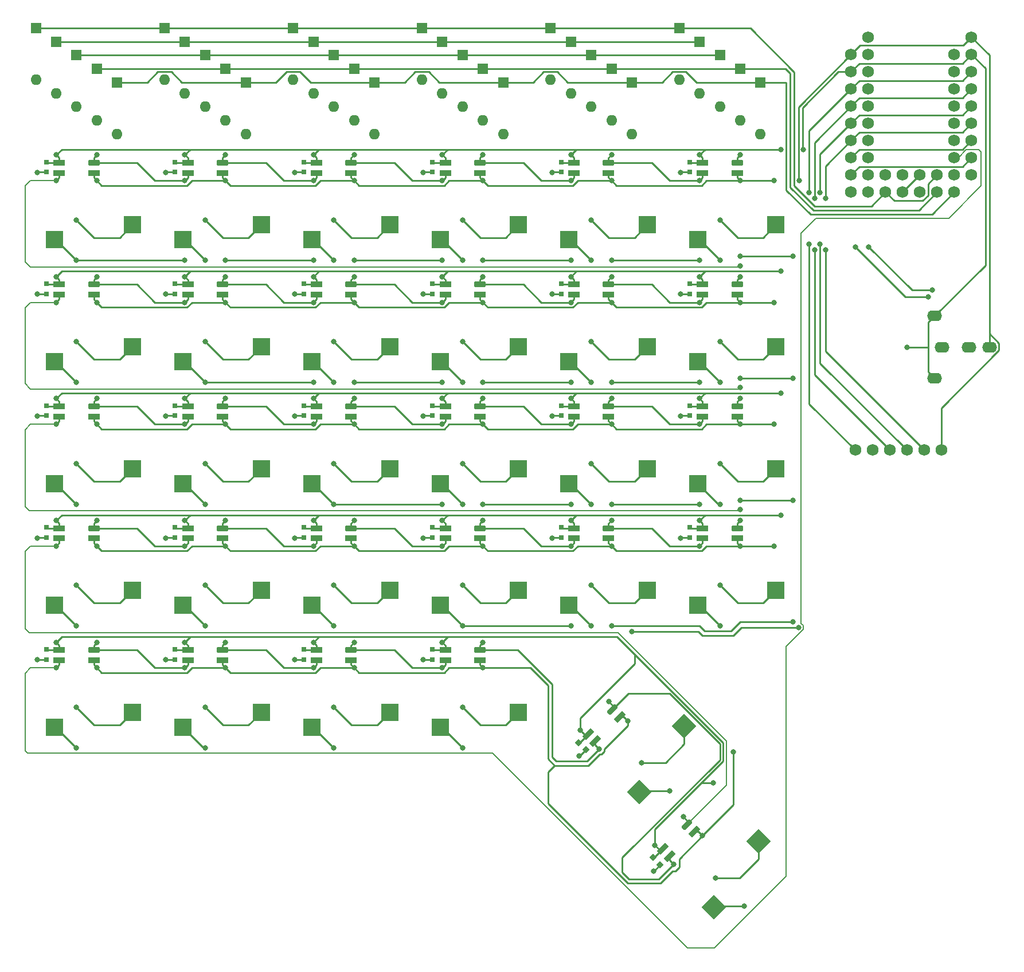
<source format=gbr>
%TF.GenerationSoftware,KiCad,Pcbnew,(6.0.2)*%
%TF.CreationDate,2022-04-13T18:01:38+02:00*%
%TF.ProjectId,SPKB,53504b42-2e6b-4696-9361-645f70636258,rev?*%
%TF.SameCoordinates,Original*%
%TF.FileFunction,Copper,L1,Top*%
%TF.FilePolarity,Positive*%
%FSLAX46Y46*%
G04 Gerber Fmt 4.6, Leading zero omitted, Abs format (unit mm)*
G04 Created by KiCad (PCBNEW (6.0.2)) date 2022-04-13 18:01:38*
%MOMM*%
%LPD*%
G01*
G04 APERTURE LIST*
G04 Aperture macros list*
%AMRoundRect*
0 Rectangle with rounded corners*
0 $1 Rounding radius*
0 $2 $3 $4 $5 $6 $7 $8 $9 X,Y pos of 4 corners*
0 Add a 4 corners polygon primitive as box body*
4,1,4,$2,$3,$4,$5,$6,$7,$8,$9,$2,$3,0*
0 Add four circle primitives for the rounded corners*
1,1,$1+$1,$2,$3*
1,1,$1+$1,$4,$5*
1,1,$1+$1,$6,$7*
1,1,$1+$1,$8,$9*
0 Add four rect primitives between the rounded corners*
20,1,$1+$1,$2,$3,$4,$5,0*
20,1,$1+$1,$4,$5,$6,$7,0*
20,1,$1+$1,$6,$7,$8,$9,0*
20,1,$1+$1,$8,$9,$2,$3,0*%
%AMRotRect*
0 Rectangle, with rotation*
0 The origin of the aperture is its center*
0 $1 length*
0 $2 width*
0 $3 Rotation angle, in degrees counterclockwise*
0 Add horizontal line*
21,1,$1,$2,0,0,$3*%
G04 Aperture macros list end*
%TA.AperFunction,ComponentPad*%
%ADD10C,1.752600*%
%TD*%
%TA.AperFunction,SMDPad,CuDef*%
%ADD11R,2.600000X2.600000*%
%TD*%
%TA.AperFunction,SMDPad,CuDef*%
%ADD12RoundRect,0.205000X-0.645000X-0.205000X0.645000X-0.205000X0.645000X0.205000X-0.645000X0.205000X0*%
%TD*%
%TA.AperFunction,SMDPad,CuDef*%
%ADD13R,1.700000X0.820000*%
%TD*%
%TA.AperFunction,SMDPad,CuDef*%
%ADD14R,0.750000X0.800000*%
%TD*%
%TA.AperFunction,ComponentPad*%
%ADD15R,1.600000X1.600000*%
%TD*%
%TA.AperFunction,ComponentPad*%
%ADD16O,1.600000X1.600000*%
%TD*%
%TA.AperFunction,SMDPad,CuDef*%
%ADD17RotRect,2.600000X2.600000X45.000000*%
%TD*%
%TA.AperFunction,SMDPad,CuDef*%
%ADD18RoundRect,0.205000X-0.311127X-0.601041X0.601041X0.311127X0.311127X0.601041X-0.601041X-0.311127X0*%
%TD*%
%TA.AperFunction,SMDPad,CuDef*%
%ADD19RotRect,0.800000X0.750000X315.000000*%
%TD*%
%TA.AperFunction,SMDPad,CuDef*%
%ADD20RotRect,1.700000X0.820000X45.000000*%
%TD*%
%TA.AperFunction,ComponentPad*%
%ADD21O,2.200000X1.600000*%
%TD*%
%TA.AperFunction,ViaPad*%
%ADD22C,0.800000*%
%TD*%
%TA.AperFunction,Conductor*%
%ADD23C,0.200000*%
%TD*%
%TA.AperFunction,Conductor*%
%ADD24C,0.250000*%
%TD*%
G04 APERTURE END LIST*
D10*
%TO.P,J1,1,5V*%
%TO.N,5V*%
X166700000Y-92000000D03*
%TO.P,J1,2,3V3*%
%TO.N,3V3*%
X154000000Y-92000000D03*
%TO.P,J1,3,GND*%
%TO.N,GND*%
X156540000Y-92000000D03*
%TO.P,J1,4,JS_X*%
%TO.N,JS_X*%
X159080000Y-92000000D03*
%TO.P,J1,5,JS_Y*%
%TO.N,JS_Y*%
X161620000Y-92000000D03*
%TO.P,J1,6,JS_S*%
%TO.N,JS_S*%
X164160000Y-92000000D03*
%TD*%
D11*
%TO.P,SW20,1,COL*%
%TO.N,COL 2*%
X92725000Y-60950000D03*
%TO.P,SW20,2,ROW*%
%TO.N,Net-(D20-Pad2)*%
X104275000Y-58750000D03*
D12*
%TO.P,SW20,3,OUT*%
%TO.N,Net-(SW10-Pad5)*%
X98550000Y-49560000D03*
D13*
%TO.P,SW20,4,VCC*%
%TO.N,5V*%
X98550000Y-51060000D03*
D14*
X91550000Y-50950000D03*
D13*
%TO.P,SW20,5,IN*%
%TO.N,Net-(SW20-Pad5)*%
X93450000Y-51060000D03*
%TO.P,SW20,6,GND*%
%TO.N,GND*%
X93450000Y-49560000D03*
D14*
X91550000Y-49450000D03*
%TD*%
D11*
%TO.P,SW22,1,COL*%
%TO.N,COL 2*%
X92725000Y-96950000D03*
%TO.P,SW22,2,ROW*%
%TO.N,Net-(D22-Pad2)*%
X104275000Y-94750000D03*
D12*
%TO.P,SW22,3,OUT*%
%TO.N,Net-(SW12-Pad5)*%
X98550000Y-85560000D03*
D13*
%TO.P,SW22,4,VCC*%
%TO.N,5V*%
X98550000Y-87060000D03*
D14*
X91550000Y-86950000D03*
D13*
%TO.P,SW22,5,IN*%
%TO.N,Net-(SW22-Pad5)*%
X93450000Y-87060000D03*
%TO.P,SW22,6,GND*%
%TO.N,GND*%
X93450000Y-85560000D03*
D14*
X91550000Y-85450000D03*
%TD*%
D11*
%TO.P,SW0,1,COL*%
%TO.N,COL 0*%
X130725000Y-60950000D03*
%TO.P,SW0,2,ROW*%
%TO.N,Net-(D0-Pad2)*%
X142275000Y-58750000D03*
D12*
%TO.P,SW0,3,OUT*%
%TO.N,unconnected-(SW0-Pad3)*%
X136550000Y-49560000D03*
D13*
%TO.P,SW0,4,VCC*%
%TO.N,5V*%
X136550000Y-51060000D03*
D14*
X129550000Y-50950000D03*
D13*
%TO.P,SW0,5,IN*%
%TO.N,Net-(SW0-Pad5)*%
X131450000Y-51060000D03*
%TO.P,SW0,6,GND*%
%TO.N,GND*%
X131450000Y-49560000D03*
D14*
X129550000Y-49450000D03*
%TD*%
D11*
%TO.P,SW21,1,COL*%
%TO.N,COL 2*%
X92725000Y-78950000D03*
%TO.P,SW21,2,ROW*%
%TO.N,Net-(D21-Pad2)*%
X104275000Y-76750000D03*
D12*
%TO.P,SW21,3,OUT*%
%TO.N,Net-(SW11-Pad5)*%
X98550000Y-67560000D03*
D14*
%TO.P,SW21,4,VCC*%
%TO.N,5V*%
X91550000Y-68950000D03*
D13*
X98550000Y-69060000D03*
%TO.P,SW21,5,IN*%
%TO.N,Net-(SW21-Pad5)*%
X93450000Y-69060000D03*
%TO.P,SW21,6,GND*%
%TO.N,GND*%
X93450000Y-67560000D03*
D14*
X91550000Y-67450000D03*
%TD*%
D11*
%TO.P,SW52,1,COL*%
%TO.N,COL 5*%
X35725000Y-96950000D03*
%TO.P,SW52,2,ROW*%
%TO.N,Net-(D52-Pad2)*%
X47275000Y-94750000D03*
D12*
%TO.P,SW52,3,OUT*%
%TO.N,Net-(SW42-Pad5)*%
X41550000Y-85560000D03*
D14*
%TO.P,SW52,4,VCC*%
%TO.N,5V*%
X34550000Y-86950000D03*
D13*
X41550000Y-87060000D03*
%TO.P,SW52,5,IN*%
%TO.N,Net-(SW3-Pad3)*%
X36450000Y-87060000D03*
D14*
%TO.P,SW52,6,GND*%
%TO.N,GND*%
X34550000Y-85450000D03*
D13*
X36450000Y-85560000D03*
%TD*%
D15*
%TO.P,D13,1,K*%
%TO.N,ROW 3*%
X112000000Y-31690000D03*
D16*
%TO.P,D13,2,A*%
%TO.N,Net-(D13-Pad2)*%
X112000000Y-39310000D03*
%TD*%
D11*
%TO.P,SW54,1,COL*%
%TO.N,COL 5*%
X35725000Y-132950000D03*
%TO.P,SW54,2,ROW*%
%TO.N,Net-(D54-Pad2)*%
X47275000Y-130750000D03*
D12*
%TO.P,SW54,3,OUT*%
%TO.N,Net-(SW44-Pad5)*%
X41550000Y-121560000D03*
D13*
%TO.P,SW54,4,VCC*%
%TO.N,5V*%
X41550000Y-123060000D03*
D14*
X34550000Y-122950000D03*
D13*
%TO.P,SW54,5,IN*%
%TO.N,LED*%
X36450000Y-123060000D03*
%TO.P,SW54,6,GND*%
%TO.N,GND*%
X36450000Y-121560000D03*
D14*
X34550000Y-121450000D03*
%TD*%
D11*
%TO.P,SW34,1,COL*%
%TO.N,COL 3*%
X73725000Y-132950000D03*
%TO.P,SW34,2,ROW*%
%TO.N,Net-(D34-Pad2)*%
X85275000Y-130750000D03*
D12*
%TO.P,SW34,3,OUT*%
%TO.N,Net-(SW24-Pad5)*%
X79550000Y-121560000D03*
D14*
%TO.P,SW34,4,VCC*%
%TO.N,5V*%
X72550000Y-122950000D03*
D13*
X79550000Y-123060000D03*
%TO.P,SW34,5,IN*%
%TO.N,Net-(SW34-Pad5)*%
X74450000Y-123060000D03*
%TO.P,SW34,6,GND*%
%TO.N,GND*%
X74450000Y-121560000D03*
D14*
X72550000Y-121450000D03*
%TD*%
D11*
%TO.P,SW50,1,COL*%
%TO.N,COL 5*%
X35725000Y-60950000D03*
%TO.P,SW50,2,ROW*%
%TO.N,Net-(D50-Pad2)*%
X47275000Y-58750000D03*
D12*
%TO.P,SW50,3,OUT*%
%TO.N,Net-(SW40-Pad5)*%
X41550000Y-49560000D03*
D14*
%TO.P,SW50,4,VCC*%
%TO.N,5V*%
X34550000Y-50950000D03*
D13*
X41550000Y-51060000D03*
%TO.P,SW50,5,IN*%
%TO.N,Net-(SW1-Pad3)*%
X36450000Y-51060000D03*
D14*
%TO.P,SW50,6,GND*%
%TO.N,GND*%
X34550000Y-49450000D03*
D13*
X36450000Y-49560000D03*
%TD*%
D15*
%TO.P,D31,1,K*%
%TO.N,ROW 1*%
X80000000Y-35690000D03*
D16*
%TO.P,D31,2,A*%
%TO.N,Net-(D31-Pad2)*%
X80000000Y-43310000D03*
%TD*%
D15*
%TO.P,D40,1,K*%
%TO.N,ROW 0*%
X64000000Y-37690000D03*
D16*
%TO.P,D40,2,A*%
%TO.N,Net-(D40-Pad2)*%
X64000000Y-45310000D03*
%TD*%
D15*
%TO.P,D34,1,K*%
%TO.N,ROW 4*%
X71000000Y-29690000D03*
D16*
%TO.P,D34,2,A*%
%TO.N,Net-(D34-Pad2)*%
X71000000Y-37310000D03*
%TD*%
D15*
%TO.P,D20,1,K*%
%TO.N,ROW 0*%
X102000000Y-37690000D03*
D16*
%TO.P,D20,2,A*%
%TO.N,Net-(D20-Pad2)*%
X102000000Y-45310000D03*
%TD*%
D11*
%TO.P,SW13,1,COL*%
%TO.N,COL 1*%
X111725000Y-114950000D03*
%TO.P,SW13,2,ROW*%
%TO.N,Net-(D13-Pad2)*%
X123275000Y-112750000D03*
D12*
%TO.P,SW13,3,OUT*%
%TO.N,Net-(SW13-Pad3)*%
X117550000Y-103560000D03*
D13*
%TO.P,SW13,4,VCC*%
%TO.N,5V*%
X117550000Y-105060000D03*
D14*
X110550000Y-104950000D03*
D13*
%TO.P,SW13,5,IN*%
%TO.N,Net-(SW13-Pad5)*%
X112450000Y-105060000D03*
%TO.P,SW13,6,GND*%
%TO.N,GND*%
X112450000Y-103560000D03*
D14*
X110550000Y-103450000D03*
%TD*%
D15*
%TO.P,D1,1,K*%
%TO.N,ROW 1*%
X137000000Y-35690000D03*
D16*
%TO.P,D1,2,A*%
%TO.N,Net-(D1-Pad2)*%
X137000000Y-43310000D03*
%TD*%
D11*
%TO.P,SW32,1,COL*%
%TO.N,COL 3*%
X73725000Y-96950000D03*
%TO.P,SW32,2,ROW*%
%TO.N,Net-(D32-Pad2)*%
X85275000Y-94750000D03*
D12*
%TO.P,SW32,3,OUT*%
%TO.N,Net-(SW22-Pad5)*%
X79550000Y-85560000D03*
D14*
%TO.P,SW32,4,VCC*%
%TO.N,5V*%
X72550000Y-86950000D03*
D13*
X79550000Y-87060000D03*
%TO.P,SW32,5,IN*%
%TO.N,Net-(SW32-Pad5)*%
X74450000Y-87060000D03*
%TO.P,SW32,6,GND*%
%TO.N,GND*%
X74450000Y-85560000D03*
D14*
X72550000Y-85450000D03*
%TD*%
D15*
%TO.P,D14,1,K*%
%TO.N,ROW 4*%
X109000000Y-29690000D03*
D16*
%TO.P,D14,2,A*%
%TO.N,Net-(D14-Pad2)*%
X109000000Y-37310000D03*
%TD*%
D15*
%TO.P,D0,1,K*%
%TO.N,ROW 0*%
X140000000Y-37690000D03*
D16*
%TO.P,D0,2,A*%
%TO.N,Net-(D0-Pad2)*%
X140000000Y-45310000D03*
%TD*%
D11*
%TO.P,SW41,1,COL*%
%TO.N,COL 4*%
X54725000Y-78950000D03*
%TO.P,SW41,2,ROW*%
%TO.N,Net-(D41-Pad2)*%
X66275000Y-76750000D03*
D12*
%TO.P,SW41,3,OUT*%
%TO.N,Net-(SW31-Pad5)*%
X60550000Y-67560000D03*
D13*
%TO.P,SW41,4,VCC*%
%TO.N,5V*%
X60550000Y-69060000D03*
D14*
X53550000Y-68950000D03*
D13*
%TO.P,SW41,5,IN*%
%TO.N,Net-(SW41-Pad5)*%
X55450000Y-69060000D03*
D14*
%TO.P,SW41,6,GND*%
%TO.N,GND*%
X53550000Y-67450000D03*
D13*
X55450000Y-67560000D03*
%TD*%
D15*
%TO.P,D2,1,K*%
%TO.N,ROW 2*%
X134000000Y-33690000D03*
D16*
%TO.P,D2,2,A*%
%TO.N,Net-(D2-Pad2)*%
X134000000Y-41310000D03*
%TD*%
D15*
%TO.P,D41,1,K*%
%TO.N,ROW 1*%
X61000000Y-35690000D03*
D16*
%TO.P,D41,2,A*%
%TO.N,Net-(D41-Pad2)*%
X61000000Y-43310000D03*
%TD*%
D15*
%TO.P,D53,1,K*%
%TO.N,ROW 3*%
X36000000Y-31690000D03*
D16*
%TO.P,D53,2,A*%
%TO.N,Net-(D53-Pad2)*%
X36000000Y-39310000D03*
%TD*%
D11*
%TO.P,SW44,1,COL*%
%TO.N,COL 4*%
X54725000Y-132950000D03*
%TO.P,SW44,2,ROW*%
%TO.N,Net-(D44-Pad2)*%
X66275000Y-130750000D03*
D12*
%TO.P,SW44,3,OUT*%
%TO.N,Net-(SW34-Pad5)*%
X60550000Y-121560000D03*
D13*
%TO.P,SW44,4,VCC*%
%TO.N,5V*%
X60550000Y-123060000D03*
D14*
X53550000Y-122950000D03*
D13*
%TO.P,SW44,5,IN*%
%TO.N,Net-(SW44-Pad5)*%
X55450000Y-123060000D03*
D14*
%TO.P,SW44,6,GND*%
%TO.N,GND*%
X53550000Y-121450000D03*
D13*
X55450000Y-121560000D03*
%TD*%
D15*
%TO.P,D3,1,K*%
%TO.N,ROW 3*%
X131000000Y-31690000D03*
D16*
%TO.P,D3,2,A*%
%TO.N,Net-(D3-Pad2)*%
X131000000Y-39310000D03*
%TD*%
D11*
%TO.P,SW11,1,COL*%
%TO.N,COL 1*%
X111725000Y-78950000D03*
%TO.P,SW11,2,ROW*%
%TO.N,Net-(D11-Pad2)*%
X123275000Y-76750000D03*
D12*
%TO.P,SW11,3,OUT*%
%TO.N,Net-(SW1-Pad5)*%
X117550000Y-67560000D03*
D13*
%TO.P,SW11,4,VCC*%
%TO.N,5V*%
X117550000Y-69060000D03*
D14*
X110550000Y-68950000D03*
D13*
%TO.P,SW11,5,IN*%
%TO.N,Net-(SW11-Pad5)*%
X112450000Y-69060000D03*
D14*
%TO.P,SW11,6,GND*%
%TO.N,GND*%
X110550000Y-67450000D03*
D13*
X112450000Y-67560000D03*
%TD*%
D15*
%TO.P,D54,1,K*%
%TO.N,ROW 4*%
X33000000Y-29690000D03*
D16*
%TO.P,D54,2,A*%
%TO.N,Net-(D54-Pad2)*%
X33000000Y-37310000D03*
%TD*%
D11*
%TO.P,SW42,1,COL*%
%TO.N,COL 4*%
X54725000Y-96950000D03*
%TO.P,SW42,2,ROW*%
%TO.N,Net-(D42-Pad2)*%
X66275000Y-94750000D03*
D12*
%TO.P,SW42,3,OUT*%
%TO.N,Net-(SW32-Pad5)*%
X60550000Y-85560000D03*
D13*
%TO.P,SW42,4,VCC*%
%TO.N,5V*%
X60550000Y-87060000D03*
D14*
X53550000Y-86950000D03*
D13*
%TO.P,SW42,5,IN*%
%TO.N,Net-(SW42-Pad5)*%
X55450000Y-87060000D03*
D14*
%TO.P,SW42,6,GND*%
%TO.N,GND*%
X53550000Y-85450000D03*
D13*
X55450000Y-85560000D03*
%TD*%
D11*
%TO.P,SW3,1,COL*%
%TO.N,COL 0*%
X130725000Y-114950000D03*
%TO.P,SW3,2,ROW*%
%TO.N,Net-(D3-Pad2)*%
X142275000Y-112750000D03*
D12*
%TO.P,SW3,3,OUT*%
%TO.N,Net-(SW3-Pad3)*%
X136550000Y-103560000D03*
D13*
%TO.P,SW3,4,VCC*%
%TO.N,5V*%
X136550000Y-105060000D03*
D14*
X129550000Y-104950000D03*
D13*
%TO.P,SW3,5,IN*%
%TO.N,Net-(SW13-Pad3)*%
X131450000Y-105060000D03*
%TO.P,SW3,6,GND*%
%TO.N,GND*%
X131450000Y-103560000D03*
D14*
X129550000Y-103450000D03*
%TD*%
D15*
%TO.P,D24,1,K*%
%TO.N,ROW 4*%
X90000000Y-29690000D03*
D16*
%TO.P,D24,2,A*%
%TO.N,Net-(D24-Pad2)*%
X90000000Y-37310000D03*
%TD*%
D15*
%TO.P,D43,1,K*%
%TO.N,ROW 3*%
X55000000Y-31690000D03*
D16*
%TO.P,D43,2,A*%
%TO.N,Net-(D43-Pad2)*%
X55000000Y-39310000D03*
%TD*%
D15*
%TO.P,D12,1,K*%
%TO.N,ROW 2*%
X115000000Y-33690000D03*
D16*
%TO.P,D12,2,A*%
%TO.N,Net-(D12-Pad2)*%
X115000000Y-41310000D03*
%TD*%
D15*
%TO.P,D4,1,K*%
%TO.N,ROW 4*%
X128000000Y-29690000D03*
D16*
%TO.P,D4,2,A*%
%TO.N,Net-(D4-Pad2)*%
X128000000Y-37310000D03*
%TD*%
D11*
%TO.P,SW24,1,COL*%
%TO.N,COL 2*%
X92725000Y-132950000D03*
%TO.P,SW24,2,ROW*%
%TO.N,Net-(D24-Pad2)*%
X104275000Y-130750000D03*
D12*
%TO.P,SW24,3,OUT*%
%TO.N,Net-(SW14-Pad5)*%
X98550000Y-121560000D03*
D14*
%TO.P,SW24,4,VCC*%
%TO.N,5V*%
X91550000Y-122950000D03*
D13*
X98550000Y-123060000D03*
%TO.P,SW24,5,IN*%
%TO.N,Net-(SW24-Pad5)*%
X93450000Y-123060000D03*
%TO.P,SW24,6,GND*%
%TO.N,GND*%
X93450000Y-121560000D03*
D14*
X91550000Y-121450000D03*
%TD*%
D17*
%TO.P,SW14,1,COL*%
%TO.N,COL 1*%
X122091511Y-142523060D03*
%TO.P,SW14,2,ROW*%
%TO.N,Net-(D14-Pad2)*%
X128702959Y-132800342D03*
D18*
%TO.P,SW14,3,OUT*%
%TO.N,Net-(SW14-Pad3)*%
X118156461Y-130350217D03*
D19*
%TO.P,SW14,4,VCC*%
%TO.N,5V*%
X114189592Y-136282843D03*
D20*
X119217122Y-131410877D03*
%TO.P,SW14,5,IN*%
%TO.N,Net-(SW14-Pad5)*%
X115610877Y-135017122D03*
D19*
%TO.P,SW14,6,GND*%
%TO.N,GND*%
X113128932Y-135222183D03*
D20*
X114550217Y-133956461D03*
%TD*%
D15*
%TO.P,D44,1,K*%
%TO.N,ROW 4*%
X52000000Y-29690000D03*
D16*
%TO.P,D44,2,A*%
%TO.N,Net-(D44-Pad2)*%
X52000000Y-37310000D03*
%TD*%
D15*
%TO.P,D30,1,K*%
%TO.N,ROW 0*%
X83000000Y-37690000D03*
D16*
%TO.P,D30,2,A*%
%TO.N,Net-(D30-Pad2)*%
X83000000Y-45310000D03*
%TD*%
D15*
%TO.P,D10,1,K*%
%TO.N,ROW 0*%
X121000000Y-37690000D03*
D16*
%TO.P,D10,2,A*%
%TO.N,Net-(D10-Pad2)*%
X121000000Y-45310000D03*
%TD*%
D15*
%TO.P,D42,1,K*%
%TO.N,ROW 2*%
X58000000Y-33690000D03*
D16*
%TO.P,D42,2,A*%
%TO.N,Net-(D42-Pad2)*%
X58000000Y-41310000D03*
%TD*%
D11*
%TO.P,SW33,1,COL*%
%TO.N,COL 3*%
X73725000Y-114950000D03*
%TO.P,SW33,2,ROW*%
%TO.N,Net-(D33-Pad2)*%
X85275000Y-112750000D03*
D12*
%TO.P,SW33,3,OUT*%
%TO.N,Net-(SW23-Pad5)*%
X79550000Y-103560000D03*
D14*
%TO.P,SW33,4,VCC*%
%TO.N,5V*%
X72550000Y-104950000D03*
D13*
X79550000Y-105060000D03*
%TO.P,SW33,5,IN*%
%TO.N,Net-(SW33-Pad5)*%
X74450000Y-105060000D03*
%TO.P,SW33,6,GND*%
%TO.N,GND*%
X74450000Y-103560000D03*
D14*
X72550000Y-103450000D03*
%TD*%
D15*
%TO.P,D51,1,K*%
%TO.N,ROW 1*%
X42000000Y-35690000D03*
D16*
%TO.P,D51,2,A*%
%TO.N,Net-(D51-Pad2)*%
X42000000Y-43310000D03*
%TD*%
D11*
%TO.P,SW1,1,COL*%
%TO.N,COL 0*%
X130725000Y-78950000D03*
%TO.P,SW1,2,ROW*%
%TO.N,Net-(D1-Pad2)*%
X142275000Y-76750000D03*
D12*
%TO.P,SW1,3,OUT*%
%TO.N,Net-(SW1-Pad3)*%
X136550000Y-67560000D03*
D14*
%TO.P,SW1,4,VCC*%
%TO.N,5V*%
X129550000Y-68950000D03*
D13*
X136550000Y-69060000D03*
%TO.P,SW1,5,IN*%
%TO.N,Net-(SW1-Pad5)*%
X131450000Y-69060000D03*
%TO.P,SW1,6,GND*%
%TO.N,GND*%
X131450000Y-67560000D03*
D14*
X129550000Y-67450000D03*
%TD*%
D11*
%TO.P,SW23,1,COL*%
%TO.N,COL 2*%
X92725000Y-114950000D03*
%TO.P,SW23,2,ROW*%
%TO.N,Net-(D23-Pad2)*%
X104275000Y-112750000D03*
D12*
%TO.P,SW23,3,OUT*%
%TO.N,Net-(SW13-Pad5)*%
X98550000Y-103560000D03*
D14*
%TO.P,SW23,4,VCC*%
%TO.N,5V*%
X91550000Y-104950000D03*
D13*
X98550000Y-105060000D03*
%TO.P,SW23,5,IN*%
%TO.N,Net-(SW23-Pad5)*%
X93450000Y-105060000D03*
D14*
%TO.P,SW23,6,GND*%
%TO.N,GND*%
X91550000Y-103450000D03*
D13*
X93450000Y-103560000D03*
%TD*%
D11*
%TO.P,SW30,1,COL*%
%TO.N,COL 3*%
X73725000Y-60950000D03*
%TO.P,SW30,2,ROW*%
%TO.N,Net-(D30-Pad2)*%
X85275000Y-58750000D03*
D12*
%TO.P,SW30,3,OUT*%
%TO.N,Net-(SW20-Pad5)*%
X79550000Y-49560000D03*
D13*
%TO.P,SW30,4,VCC*%
%TO.N,5V*%
X79550000Y-51060000D03*
D14*
X72550000Y-50950000D03*
D13*
%TO.P,SW30,5,IN*%
%TO.N,Net-(SW30-Pad5)*%
X74450000Y-51060000D03*
%TO.P,SW30,6,GND*%
%TO.N,GND*%
X74450000Y-49560000D03*
D14*
X72550000Y-49450000D03*
%TD*%
D15*
%TO.P,D11,1,K*%
%TO.N,ROW 1*%
X118000000Y-35690000D03*
D16*
%TO.P,D11,2,A*%
%TO.N,Net-(D11-Pad2)*%
X118000000Y-43310000D03*
%TD*%
D17*
%TO.P,SW4,1,COL*%
%TO.N,COL 0*%
X133091511Y-159523060D03*
%TO.P,SW4,2,ROW*%
%TO.N,Net-(D4-Pad2)*%
X139702959Y-149800342D03*
D18*
%TO.P,SW4,3,OUT*%
%TO.N,Net-(SW4-Pad3)*%
X129156461Y-147350217D03*
D19*
%TO.P,SW4,4,VCC*%
%TO.N,5V*%
X125189592Y-153282843D03*
D20*
X130217122Y-148410877D03*
%TO.P,SW4,5,IN*%
%TO.N,Net-(SW14-Pad3)*%
X126610877Y-152017122D03*
%TO.P,SW4,6,GND*%
%TO.N,GND*%
X125550217Y-150956461D03*
D19*
X124128932Y-152222183D03*
%TD*%
D21*
%TO.P,T1,1*%
%TO.N,N/C*%
X165700000Y-72200000D03*
X165700000Y-81400000D03*
%TO.P,T1,2*%
X166800000Y-76800000D03*
%TO.P,T1,3*%
X170800000Y-76800000D03*
%TO.P,T1,4*%
X173800000Y-76800000D03*
%TD*%
D11*
%TO.P,SW43,1,COL*%
%TO.N,COL 4*%
X54725000Y-114950000D03*
%TO.P,SW43,2,ROW*%
%TO.N,Net-(D43-Pad2)*%
X66275000Y-112750000D03*
D12*
%TO.P,SW43,3,OUT*%
%TO.N,Net-(SW33-Pad5)*%
X60550000Y-103560000D03*
D13*
%TO.P,SW43,4,VCC*%
%TO.N,5V*%
X60550000Y-105060000D03*
D14*
X53550000Y-104950000D03*
D13*
%TO.P,SW43,5,IN*%
%TO.N,Net-(SW43-Pad5)*%
X55450000Y-105060000D03*
%TO.P,SW43,6,GND*%
%TO.N,GND*%
X55450000Y-103560000D03*
D14*
X53550000Y-103450000D03*
%TD*%
D11*
%TO.P,SW2,1,COL*%
%TO.N,COL 0*%
X130725000Y-96950000D03*
%TO.P,SW2,2,ROW*%
%TO.N,Net-(D2-Pad2)*%
X142275000Y-94750000D03*
D12*
%TO.P,SW2,3,OUT*%
%TO.N,Net-(SW2-Pad3)*%
X136550000Y-85560000D03*
D14*
%TO.P,SW2,4,VCC*%
%TO.N,5V*%
X129550000Y-86950000D03*
D13*
X136550000Y-87060000D03*
%TO.P,SW2,5,IN*%
%TO.N,Net-(SW12-Pad3)*%
X131450000Y-87060000D03*
D14*
%TO.P,SW2,6,GND*%
%TO.N,GND*%
X129550000Y-85450000D03*
D13*
X131450000Y-85560000D03*
%TD*%
D11*
%TO.P,SW12,1,COL*%
%TO.N,COL 1*%
X111725000Y-96950000D03*
%TO.P,SW12,2,ROW*%
%TO.N,Net-(D12-Pad2)*%
X123275000Y-94750000D03*
D12*
%TO.P,SW12,3,OUT*%
%TO.N,Net-(SW12-Pad3)*%
X117550000Y-85560000D03*
D14*
%TO.P,SW12,4,VCC*%
%TO.N,5V*%
X110550000Y-86950000D03*
D13*
X117550000Y-87060000D03*
%TO.P,SW12,5,IN*%
%TO.N,Net-(SW12-Pad5)*%
X112450000Y-87060000D03*
D14*
%TO.P,SW12,6,GND*%
%TO.N,GND*%
X110550000Y-85450000D03*
D13*
X112450000Y-85560000D03*
%TD*%
D15*
%TO.P,D21,1,K*%
%TO.N,ROW 1*%
X99000000Y-35690000D03*
D16*
%TO.P,D21,2,A*%
%TO.N,Net-(D21-Pad2)*%
X99000000Y-43310000D03*
%TD*%
D10*
%TO.P,U1,1,5V*%
%TO.N,5V*%
X171160000Y-31050000D03*
X153380000Y-33590000D03*
%TO.P,U1,2,GND*%
%TO.N,GND*%
X171160000Y-33590000D03*
X153380000Y-36130000D03*
%TO.P,U1,3,3V3*%
%TO.N,3V3*%
X171160000Y-36130000D03*
X153380000Y-38670000D03*
%TO.P,U1,4,GP29*%
%TO.N,JS_X*%
X153380000Y-41210000D03*
X171160000Y-38670000D03*
%TO.P,U1,5,GP28*%
%TO.N,JS_Y*%
X171160000Y-41210000D03*
X153380000Y-43750000D03*
%TO.P,U1,6,GP27*%
%TO.N,JS_S*%
X153380000Y-46290000D03*
X171160000Y-43750000D03*
%TO.P,U1,7,GP26*%
%TO.N,unconnected-(U1-Pad7)*%
X153380000Y-48830000D03*
X171160000Y-46290000D03*
%TO.P,U1,8,GP15*%
%TO.N,I2C SDA*%
X153380000Y-51370000D03*
X171160000Y-48830000D03*
%TO.P,U1,9,GP14*%
%TO.N,I2C SCL*%
X153380000Y-53910000D03*
X171160000Y-51370000D03*
%TO.P,U1,10,GP13*%
%TO.N,unconnected-(U1-Pad10)*%
X155920000Y-53910000D03*
%TO.P,U1,11,GP12*%
%TO.N,ROW 4*%
X166080000Y-51370000D03*
X158460000Y-53910000D03*
%TO.P,U1,12,GP11*%
%TO.N,ROW 3*%
X163540000Y-51370000D03*
X161000000Y-53910000D03*
%TO.P,U1,13,GP10*%
%TO.N,ROW 2*%
X163540000Y-53910000D03*
X161000000Y-51370000D03*
%TO.P,U1,14,GP9*%
%TO.N,ROW 1*%
X158460000Y-51370000D03*
X166080000Y-53910000D03*
%TO.P,U1,15,GP8*%
%TO.N,ROW 0*%
X155920000Y-51370000D03*
X168620000Y-53910000D03*
%TO.P,U1,16,GP7*%
%TO.N,unconnected-(U1-Pad16)*%
X155920000Y-48830000D03*
%TO.P,U1,17,GP6*%
%TO.N,LED*%
X155920000Y-46290000D03*
X168620000Y-48830000D03*
%TO.P,U1,18,GP5*%
%TO.N,COL 5*%
X155920000Y-43750000D03*
X168620000Y-46290000D03*
%TO.P,U1,19,GP4*%
%TO.N,COL 4*%
X168620000Y-43750000D03*
X155920000Y-41210000D03*
%TO.P,U1,20,GP3*%
%TO.N,COL 3*%
X168620000Y-41210000D03*
X155920000Y-38670000D03*
%TO.P,U1,21,GP2*%
%TO.N,COL 2*%
X168620000Y-38670000D03*
X155920000Y-36130000D03*
%TO.P,U1,22,GP1*%
%TO.N,COL 1*%
X168620000Y-36130000D03*
X155920000Y-33590000D03*
%TO.P,U1,23,GP0*%
%TO.N,COL 0*%
X168620000Y-33590000D03*
X155920000Y-31050000D03*
%TO.P,U1,24*%
%TO.N,N/C*%
X168620000Y-51370000D03*
%TD*%
D15*
%TO.P,D22,1,K*%
%TO.N,ROW 2*%
X96000000Y-33690000D03*
D16*
%TO.P,D22,2,A*%
%TO.N,Net-(D22-Pad2)*%
X96000000Y-41310000D03*
%TD*%
D11*
%TO.P,SW31,1,COL*%
%TO.N,COL 3*%
X73725000Y-78950000D03*
%TO.P,SW31,2,ROW*%
%TO.N,Net-(D31-Pad2)*%
X85275000Y-76750000D03*
D12*
%TO.P,SW31,3,OUT*%
%TO.N,Net-(SW21-Pad5)*%
X79550000Y-67560000D03*
D14*
%TO.P,SW31,4,VCC*%
%TO.N,5V*%
X72550000Y-68950000D03*
D13*
X79550000Y-69060000D03*
%TO.P,SW31,5,IN*%
%TO.N,Net-(SW31-Pad5)*%
X74450000Y-69060000D03*
%TO.P,SW31,6,GND*%
%TO.N,GND*%
X74450000Y-67560000D03*
D14*
X72550000Y-67450000D03*
%TD*%
D11*
%TO.P,SW51,1,COL*%
%TO.N,COL 5*%
X35725000Y-78950000D03*
%TO.P,SW51,2,ROW*%
%TO.N,Net-(D51-Pad2)*%
X47275000Y-76750000D03*
D12*
%TO.P,SW51,3,OUT*%
%TO.N,Net-(SW41-Pad5)*%
X41550000Y-67560000D03*
D14*
%TO.P,SW51,4,VCC*%
%TO.N,5V*%
X34550000Y-68950000D03*
D13*
X41550000Y-69060000D03*
%TO.P,SW51,5,IN*%
%TO.N,Net-(SW2-Pad3)*%
X36450000Y-69060000D03*
D14*
%TO.P,SW51,6,GND*%
%TO.N,GND*%
X34550000Y-67450000D03*
D13*
X36450000Y-67560000D03*
%TD*%
D11*
%TO.P,SW40,1,COL*%
%TO.N,COL 4*%
X54725000Y-60950000D03*
%TO.P,SW40,2,ROW*%
%TO.N,Net-(D40-Pad2)*%
X66275000Y-58750000D03*
D12*
%TO.P,SW40,3,OUT*%
%TO.N,Net-(SW30-Pad5)*%
X60550000Y-49560000D03*
D14*
%TO.P,SW40,4,VCC*%
%TO.N,5V*%
X53550000Y-50950000D03*
D13*
X60550000Y-51060000D03*
%TO.P,SW40,5,IN*%
%TO.N,Net-(SW40-Pad5)*%
X55450000Y-51060000D03*
%TO.P,SW40,6,GND*%
%TO.N,GND*%
X55450000Y-49560000D03*
D14*
X53550000Y-49450000D03*
%TD*%
D15*
%TO.P,D50,1,K*%
%TO.N,ROW 0*%
X45000000Y-37690000D03*
D16*
%TO.P,D50,2,A*%
%TO.N,Net-(D50-Pad2)*%
X45000000Y-45310000D03*
%TD*%
D15*
%TO.P,D32,1,K*%
%TO.N,ROW 2*%
X77000000Y-33690000D03*
D16*
%TO.P,D32,2,A*%
%TO.N,Net-(D32-Pad2)*%
X77000000Y-41310000D03*
%TD*%
D11*
%TO.P,SW10,1,COL*%
%TO.N,COL 1*%
X111725000Y-60950000D03*
%TO.P,SW10,2,ROW*%
%TO.N,Net-(D10-Pad2)*%
X123275000Y-58750000D03*
D12*
%TO.P,SW10,3,OUT*%
%TO.N,Net-(SW0-Pad5)*%
X117550000Y-49560000D03*
D13*
%TO.P,SW10,4,VCC*%
%TO.N,5V*%
X117550000Y-51060000D03*
D14*
X110550000Y-50950000D03*
D13*
%TO.P,SW10,5,IN*%
%TO.N,Net-(SW10-Pad5)*%
X112450000Y-51060000D03*
D14*
%TO.P,SW10,6,GND*%
%TO.N,GND*%
X110550000Y-49450000D03*
D13*
X112450000Y-49560000D03*
%TD*%
D15*
%TO.P,D33,1,K*%
%TO.N,ROW 3*%
X74000000Y-31690000D03*
D16*
%TO.P,D33,2,A*%
%TO.N,Net-(D33-Pad2)*%
X74000000Y-39310000D03*
%TD*%
D11*
%TO.P,SW53,1,COL*%
%TO.N,COL 5*%
X35725000Y-114950000D03*
%TO.P,SW53,2,ROW*%
%TO.N,Net-(D53-Pad2)*%
X47275000Y-112750000D03*
D12*
%TO.P,SW53,3,OUT*%
%TO.N,Net-(SW43-Pad5)*%
X41550000Y-103560000D03*
D13*
%TO.P,SW53,4,VCC*%
%TO.N,5V*%
X41550000Y-105060000D03*
D14*
X34550000Y-104950000D03*
D13*
%TO.P,SW53,5,IN*%
%TO.N,Net-(SW4-Pad3)*%
X36450000Y-105060000D03*
%TO.P,SW53,6,GND*%
%TO.N,GND*%
X36450000Y-103560000D03*
D14*
X34550000Y-103450000D03*
%TD*%
D15*
%TO.P,D23,1,K*%
%TO.N,ROW 3*%
X93000000Y-31690000D03*
D16*
%TO.P,D23,2,A*%
%TO.N,Net-(D23-Pad2)*%
X93000000Y-39310000D03*
%TD*%
D15*
%TO.P,D52,1,K*%
%TO.N,ROW 2*%
X39000000Y-33690000D03*
D16*
%TO.P,D52,2,A*%
%TO.N,Net-(D52-Pad2)*%
X39000000Y-41310000D03*
%TD*%
D22*
%TO.N,GND*%
X161600000Y-76800000D03*
%TO.N,JS_X*%
X148000000Y-62400000D03*
%TO.N,JS_S*%
X149600000Y-62400000D03*
%TO.N,3V3*%
X147200000Y-61600000D03*
%TO.N,JS_Y*%
X148800000Y-61600000D03*
%TO.N,JS_S*%
X149600000Y-54800000D03*
%TO.N,JS_Y*%
X148800000Y-54000000D03*
%TO.N,JS_X*%
X148000000Y-54800000D03*
%TO.N,3V3*%
X147200000Y-54000000D03*
%TO.N,Net-(D31-Pad2)*%
X77000000Y-76000000D03*
%TO.N,Net-(D34-Pad2)*%
X77000000Y-130000000D03*
%TO.N,Net-(D22-Pad2)*%
X96000000Y-94000000D03*
%TO.N,Net-(D24-Pad2)*%
X96000000Y-130000000D03*
%TO.N,COL 0*%
X137600000Y-159400000D03*
X134000000Y-64000000D03*
X134000000Y-118000000D03*
X134000000Y-82000000D03*
X134000000Y-100000000D03*
%TO.N,COL 5*%
X99000000Y-64000000D03*
X39000000Y-64000000D03*
X39000000Y-136000000D03*
X39000000Y-100000000D03*
X55000000Y-64000000D03*
X61000000Y-64000000D03*
X93000000Y-64000000D03*
X118000000Y-64000000D03*
X112000000Y-64000000D03*
X39000000Y-118000000D03*
X80000000Y-64000000D03*
X131000000Y-64000000D03*
X74000000Y-64000000D03*
X144800000Y-63400000D03*
X39000000Y-82000000D03*
X137000000Y-63400000D03*
%TO.N,COL 4*%
X80000000Y-82000000D03*
X131000000Y-82000000D03*
X118000000Y-82000000D03*
X74000000Y-82000000D03*
X112000000Y-82000000D03*
X58000000Y-82000000D03*
X58000000Y-100000000D03*
X58000000Y-64000000D03*
X137000000Y-81400000D03*
X93000000Y-82000000D03*
X58000000Y-136000000D03*
X99000000Y-82000000D03*
X58000000Y-118000000D03*
X144800000Y-81400000D03*
%TO.N,COL 3*%
X77000000Y-118000000D03*
X131000000Y-100000000D03*
X118000000Y-100000000D03*
X112000000Y-100000000D03*
X77000000Y-136000000D03*
X99000000Y-100000000D03*
X77000000Y-64000000D03*
X137000000Y-99400000D03*
X77000000Y-100000000D03*
X93000000Y-100000000D03*
X77000000Y-82000000D03*
X144800000Y-99400000D03*
%TO.N,COL 1*%
X115000000Y-100000000D03*
X115000000Y-64000000D03*
X145600000Y-118200000D03*
X121000000Y-118800000D03*
X126600000Y-142400000D03*
X115000000Y-82000000D03*
X115000000Y-118000000D03*
%TO.N,COL 2*%
X96000000Y-100000000D03*
X96000000Y-118000000D03*
X96000000Y-136000000D03*
X144800000Y-117400000D03*
X96000000Y-82000000D03*
X112000000Y-118000000D03*
X118000000Y-118000000D03*
X96000000Y-64000000D03*
%TO.N,Net-(D1-Pad2)*%
X134000000Y-76000000D03*
%TO.N,I2C SDA*%
X154000000Y-62000000D03*
X164800000Y-69400000D03*
%TO.N,I2C SCL*%
X156000000Y-62000000D03*
X165400000Y-68400000D03*
%TO.N,LED*%
X36000000Y-124200000D03*
%TO.N,GND*%
X143000000Y-83600000D03*
X36000000Y-48400000D03*
X36000000Y-84400000D03*
X113400000Y-133400000D03*
X93000000Y-102400000D03*
X146324500Y-47600000D03*
X36000000Y-66400000D03*
X93000000Y-48400000D03*
X55000000Y-120400000D03*
X74000000Y-102400000D03*
X74000000Y-48400000D03*
X36000000Y-102400000D03*
X74000000Y-84400000D03*
X131000000Y-102400000D03*
X133000000Y-141200000D03*
X112000000Y-102400000D03*
X55000000Y-102400000D03*
X112000000Y-48400000D03*
X74000000Y-66400000D03*
X55000000Y-48400000D03*
X74000000Y-120400000D03*
X131000000Y-84400000D03*
X131000000Y-48400000D03*
X112000000Y-66400000D03*
X124400000Y-150400000D03*
X36000000Y-120400000D03*
X131000000Y-66400000D03*
X143000000Y-101600000D03*
X55000000Y-84400000D03*
X111997488Y-84399999D03*
X55000000Y-66400000D03*
X93000000Y-84400000D03*
X93000000Y-66400000D03*
X143000000Y-47600000D03*
X93000000Y-120400000D03*
X143000000Y-65600000D03*
%TO.N,Net-(SW0-Pad5)*%
X118000000Y-48400000D03*
X131000000Y-52200000D03*
%TO.N,5V*%
X33200000Y-123000000D03*
X71200000Y-87000000D03*
X90200000Y-69000000D03*
X137000000Y-106200000D03*
X33200000Y-87000000D03*
X61000000Y-124200000D03*
X128200000Y-87000000D03*
X145724500Y-52200000D03*
X42000000Y-70200000D03*
X42000000Y-106200000D03*
X99000000Y-52200000D03*
X33200000Y-51000000D03*
X109197488Y-86999999D03*
X61000000Y-106200000D03*
X42000000Y-124200000D03*
X124200000Y-154200000D03*
X120400000Y-132000000D03*
X113200000Y-137200000D03*
X118000000Y-52200000D03*
X128200000Y-69000000D03*
X142000000Y-88200000D03*
X109200000Y-105000000D03*
X52200000Y-51000000D03*
X136000000Y-136600000D03*
X71200000Y-105000000D03*
X61000000Y-88200000D03*
X80000000Y-52200000D03*
X90200000Y-105000000D03*
X90200000Y-51000000D03*
X118000000Y-70200000D03*
X109200000Y-69000000D03*
X80000000Y-88200000D03*
X61000000Y-70200000D03*
X52200000Y-123000000D03*
X128200000Y-105000000D03*
X131400000Y-149000000D03*
X71200000Y-69000000D03*
X109200000Y-51000000D03*
X99000000Y-88200000D03*
X80000000Y-106200000D03*
X142000000Y-70200000D03*
X52200000Y-105000000D03*
X80000000Y-124200000D03*
X52200000Y-87000000D03*
X42000000Y-88200000D03*
X128200000Y-51000000D03*
X90200000Y-123000000D03*
X90200000Y-87000000D03*
X99000000Y-124200000D03*
X33200000Y-69000000D03*
X52200000Y-69000000D03*
X137000000Y-70200000D03*
X61000000Y-52200000D03*
X80000000Y-70200000D03*
X137000000Y-52200000D03*
X42000000Y-52200000D03*
X99000000Y-106200000D03*
X71200000Y-51000000D03*
X99000000Y-70200000D03*
X118000000Y-106200000D03*
X142000000Y-52200000D03*
X117997488Y-88199999D03*
X137000000Y-88200000D03*
X33200000Y-105000000D03*
X71200000Y-123000000D03*
X142000000Y-106200000D03*
%TO.N,unconnected-(SW0-Pad3)*%
X137000000Y-48400000D03*
%TO.N,Net-(SW1-Pad3)*%
X137000000Y-66400000D03*
X36000000Y-52200000D03*
X137000000Y-64800000D03*
%TO.N,Net-(SW12-Pad3)*%
X131000000Y-88200000D03*
X117997488Y-84399999D03*
%TO.N,Net-(SW13-Pad3)*%
X118000000Y-102400000D03*
X131000000Y-106200000D03*
%TO.N,Net-(SW14-Pad3)*%
X127200000Y-153200000D03*
X117600000Y-129200000D03*
%TO.N,Net-(SW10-Pad5)*%
X112000000Y-52200000D03*
X99000000Y-48400000D03*
%TO.N,Net-(SW21-Pad5)*%
X93000000Y-70200000D03*
X80000000Y-66400000D03*
%TO.N,Net-(SW31-Pad5)*%
X61000000Y-66400000D03*
X74000000Y-70200000D03*
%TO.N,Net-(SW40-Pad5)*%
X55000000Y-52200000D03*
X42000000Y-48400000D03*
%TO.N,Net-(SW41-Pad5)*%
X55000000Y-70200000D03*
X42000000Y-66400000D03*
%TO.N,Net-(D0-Pad2)*%
X134000000Y-58000000D03*
%TO.N,Net-(D2-Pad2)*%
X134000000Y-94000000D03*
%TO.N,Net-(D3-Pad2)*%
X134000000Y-112000000D03*
%TO.N,Net-(D4-Pad2)*%
X133400000Y-155200000D03*
%TO.N,Net-(D10-Pad2)*%
X115000000Y-58000000D03*
%TO.N,Net-(D11-Pad2)*%
X115000000Y-76000000D03*
%TO.N,Net-(D12-Pad2)*%
X115000000Y-94000000D03*
%TO.N,Net-(D13-Pad2)*%
X115000000Y-112000000D03*
%TO.N,Net-(D14-Pad2)*%
X122400000Y-138200000D03*
%TO.N,Net-(D20-Pad2)*%
X96000000Y-58000000D03*
%TO.N,Net-(D21-Pad2)*%
X96000000Y-76000000D03*
%TO.N,Net-(D23-Pad2)*%
X96000000Y-112000000D03*
%TO.N,Net-(D30-Pad2)*%
X77000000Y-58000000D03*
%TO.N,Net-(D32-Pad2)*%
X77000000Y-94000000D03*
%TO.N,Net-(D33-Pad2)*%
X77000000Y-112000000D03*
%TO.N,Net-(D40-Pad2)*%
X58000000Y-58000000D03*
%TO.N,Net-(D41-Pad2)*%
X58000000Y-76000000D03*
%TO.N,Net-(D42-Pad2)*%
X58000000Y-94000000D03*
%TO.N,Net-(D43-Pad2)*%
X58000000Y-112000000D03*
%TO.N,Net-(D44-Pad2)*%
X58000000Y-130000000D03*
%TO.N,Net-(D50-Pad2)*%
X39000000Y-58000000D03*
%TO.N,Net-(D51-Pad2)*%
X39000000Y-76000000D03*
%TO.N,Net-(D52-Pad2)*%
X39000000Y-94000000D03*
%TO.N,Net-(D53-Pad2)*%
X39000000Y-112000000D03*
%TO.N,Net-(D54-Pad2)*%
X39000000Y-130000000D03*
%TO.N,Net-(SW1-Pad5)*%
X118000000Y-66400000D03*
X131000000Y-70200000D03*
%TO.N,Net-(SW2-Pad3)*%
X137000000Y-84400000D03*
X137000000Y-82800000D03*
X36000000Y-70200000D03*
%TO.N,Net-(SW3-Pad3)*%
X36000000Y-88200000D03*
X137000000Y-100800000D03*
X137000000Y-102400000D03*
%TO.N,Net-(SW4-Pad3)*%
X36000000Y-106200000D03*
X128600000Y-146200000D03*
%TO.N,Net-(SW11-Pad5)*%
X99000000Y-66400000D03*
X112000000Y-70200000D03*
%TO.N,Net-(SW12-Pad5)*%
X99000000Y-84400000D03*
X111997488Y-88199999D03*
%TO.N,Net-(SW13-Pad5)*%
X112000000Y-106200000D03*
X99000000Y-102400000D03*
%TO.N,Net-(SW14-Pad5)*%
X116200000Y-136200000D03*
X99000000Y-120400000D03*
%TO.N,Net-(SW20-Pad5)*%
X80000000Y-48400000D03*
X93000000Y-52200000D03*
%TO.N,Net-(SW22-Pad5)*%
X80000000Y-84400000D03*
X93000000Y-88200000D03*
%TO.N,Net-(SW23-Pad5)*%
X80000000Y-102400000D03*
X93000000Y-106200000D03*
%TO.N,Net-(SW24-Pad5)*%
X80000000Y-120400000D03*
X93000000Y-124200000D03*
%TO.N,Net-(SW30-Pad5)*%
X61000000Y-48400000D03*
X74000000Y-52200000D03*
%TO.N,Net-(SW32-Pad5)*%
X74000000Y-88200000D03*
X61000000Y-84400000D03*
%TO.N,Net-(SW33-Pad5)*%
X61000000Y-102400000D03*
X74000000Y-106200000D03*
%TO.N,Net-(SW34-Pad5)*%
X61000000Y-120400000D03*
X74000000Y-124200000D03*
%TO.N,Net-(SW42-Pad5)*%
X42000000Y-84400000D03*
X55000000Y-88200000D03*
%TO.N,Net-(SW43-Pad5)*%
X42000000Y-102400000D03*
X55000000Y-106200000D03*
%TO.N,Net-(SW44-Pad5)*%
X55000000Y-124200000D03*
X42000000Y-120400000D03*
%TD*%
D23*
%TO.N,LED*%
X32200000Y-124200000D02*
X36000000Y-124200000D01*
X31400000Y-125000000D02*
X32200000Y-124200000D01*
X31400000Y-136400000D02*
X31400000Y-125000000D01*
X31800000Y-136800000D02*
X31400000Y-136400000D01*
X100400000Y-136800000D02*
X31800000Y-136800000D01*
X129200000Y-165600000D02*
X100400000Y-136800000D01*
X133200000Y-165600000D02*
X129200000Y-165600000D01*
X143800000Y-155000000D02*
X133200000Y-165600000D01*
X143800000Y-120989259D02*
X143800000Y-155000000D01*
X146299511Y-118489748D02*
X143800000Y-120989259D01*
X146299511Y-117910252D02*
X146299511Y-118489748D01*
X146000000Y-117610741D02*
X146299511Y-117910252D01*
X146000000Y-60000000D02*
X146000000Y-117610741D01*
X148200000Y-57800000D02*
X146000000Y-60000000D01*
X170396173Y-47654189D02*
X172254189Y-47654189D01*
X172254189Y-47654189D02*
X172600000Y-48000000D01*
X169220362Y-48830000D02*
X170396173Y-47654189D01*
X172600000Y-48000000D02*
X172600000Y-53000000D01*
X168620000Y-48830000D02*
X169220362Y-48830000D01*
X172600000Y-53000000D02*
X167800000Y-57800000D01*
X167800000Y-57800000D02*
X148200000Y-57800000D01*
D24*
%TO.N,GND*%
X161600000Y-76800000D02*
X164800000Y-76800000D01*
X164800000Y-76800000D02*
X164800000Y-73100000D01*
X164800000Y-80500000D02*
X164800000Y-76800000D01*
%TO.N,5V*%
X166700000Y-85790311D02*
X175224520Y-77265791D01*
X166700000Y-92000000D02*
X166700000Y-85790311D01*
X175224520Y-76224520D02*
X173800000Y-74800000D01*
X173800000Y-74800000D02*
X173800000Y-76800000D01*
X173800000Y-33690000D02*
X173800000Y-74800000D01*
X175224520Y-77265791D02*
X175224520Y-76224520D01*
%TO.N,JS_S*%
X149600000Y-77440000D02*
X164160000Y-92000000D01*
X149600000Y-62400000D02*
X149600000Y-77440000D01*
%TO.N,JS_Y*%
X148800000Y-79180000D02*
X161620000Y-92000000D01*
X148800000Y-61600000D02*
X148800000Y-79180000D01*
%TO.N,JS_X*%
X148000000Y-62400000D02*
X148000000Y-80920000D01*
X148000000Y-80920000D02*
X159080000Y-92000000D01*
%TO.N,3V3*%
X147200000Y-61600000D02*
X147200000Y-85200000D01*
X147200000Y-85200000D02*
X154000000Y-92000000D01*
%TO.N,JS_S*%
X149600000Y-50070000D02*
X149600000Y-54800000D01*
X153380000Y-46290000D02*
X149600000Y-50070000D01*
%TO.N,JS_Y*%
X148800000Y-52800000D02*
X148800000Y-54000000D01*
X148800000Y-48330000D02*
X148800000Y-48800000D01*
X148800000Y-48800000D02*
X148800000Y-52800000D01*
X153380000Y-43750000D02*
X148800000Y-48330000D01*
%TO.N,JS_X*%
X148000000Y-46590000D02*
X148000000Y-47400000D01*
X148000000Y-47400000D02*
X148000000Y-54800000D01*
X153380000Y-41210000D02*
X148000000Y-46590000D01*
%TO.N,3V3*%
X147200000Y-45000000D02*
X147200000Y-54000000D01*
X147200000Y-44850000D02*
X147200000Y-45000000D01*
X153380000Y-38670000D02*
X147200000Y-44850000D01*
%TO.N,ROW 0*%
X121000000Y-37690000D02*
X125449520Y-37690000D01*
X92550480Y-37690000D02*
X102000000Y-37690000D01*
X110000000Y-36139520D02*
X111550480Y-37690000D01*
X87449520Y-37690000D02*
X89000000Y-36139520D01*
X129000000Y-36139520D02*
X130550480Y-37690000D01*
X127000000Y-36139520D02*
X129000000Y-36139520D01*
X54550480Y-37690000D02*
X64000000Y-37690000D01*
X45000000Y-37690000D02*
X49449520Y-37690000D01*
X108000000Y-36139520D02*
X110000000Y-36139520D01*
X147400000Y-57200000D02*
X143800000Y-53600000D01*
X91000000Y-36139520D02*
X92550480Y-37690000D01*
X49449520Y-37690000D02*
X51000000Y-36139520D01*
X106449520Y-37690000D02*
X108000000Y-36139520D01*
X125449520Y-37690000D02*
X127000000Y-36139520D01*
X53000000Y-36139520D02*
X54550480Y-37690000D01*
X70000000Y-36139520D02*
X72000000Y-36139520D01*
X111550480Y-37690000D02*
X121000000Y-37690000D01*
X165330000Y-57200000D02*
X147400000Y-57200000D01*
X72000000Y-36139520D02*
X73550480Y-37690000D01*
X130550480Y-37690000D02*
X140000000Y-37690000D01*
X143800000Y-37690000D02*
X140000000Y-37690000D01*
X51000000Y-36139520D02*
X53000000Y-36139520D01*
X73550480Y-37690000D02*
X83000000Y-37690000D01*
X168620000Y-53910000D02*
X165330000Y-57200000D01*
X64000000Y-37690000D02*
X68449520Y-37690000D01*
X89000000Y-36139520D02*
X91000000Y-36139520D01*
X102000000Y-37690000D02*
X106449520Y-37690000D01*
X83000000Y-37690000D02*
X87449520Y-37690000D01*
X68449520Y-37690000D02*
X70000000Y-36139520D01*
X143800000Y-53600000D02*
X143800000Y-37690000D01*
%TO.N,ROW 1*%
X166080000Y-53910000D02*
X163390000Y-56600000D01*
X143690000Y-35690000D02*
X137000000Y-35690000D01*
X80000000Y-35690000D02*
X99000000Y-35690000D01*
X163390000Y-56600000D02*
X147800000Y-56600000D01*
X99000000Y-35690000D02*
X118000000Y-35690000D01*
X144400000Y-53200000D02*
X144400000Y-36400000D01*
X61000000Y-35690000D02*
X80000000Y-35690000D01*
X42000000Y-35690000D02*
X61000000Y-35690000D01*
X144400000Y-36400000D02*
X143690000Y-35690000D01*
X118000000Y-35690000D02*
X137000000Y-35690000D01*
X147800000Y-56600000D02*
X144400000Y-53200000D01*
%TO.N,ROW 2*%
X77000000Y-33690000D02*
X96000000Y-33690000D01*
X115000000Y-33690000D02*
X134000000Y-33690000D01*
X58000000Y-33690000D02*
X77000000Y-33690000D01*
X96000000Y-33690000D02*
X115000000Y-33690000D01*
X39000000Y-33690000D02*
X58000000Y-33690000D01*
%TO.N,ROW 3*%
X55000000Y-31690000D02*
X74000000Y-31690000D01*
X36000000Y-31690000D02*
X55000000Y-31690000D01*
X74000000Y-31690000D02*
X93000000Y-31690000D01*
X112000000Y-31690000D02*
X131000000Y-31690000D01*
X93000000Y-31690000D02*
X112000000Y-31690000D01*
X161000000Y-53910000D02*
X163540000Y-51370000D01*
%TO.N,ROW 4*%
X148000000Y-56000000D02*
X156370000Y-56000000D01*
X71000000Y-29690000D02*
X90000000Y-29690000D01*
X145000000Y-36200000D02*
X145000000Y-53000000D01*
X159750000Y-55200000D02*
X158460000Y-53910000D01*
X145000000Y-53000000D02*
X148000000Y-56000000D01*
X163948204Y-55200000D02*
X159750000Y-55200000D01*
X128000000Y-29690000D02*
X138490000Y-29690000D01*
X164740811Y-54407393D02*
X163948204Y-55200000D01*
X33000000Y-29690000D02*
X52000000Y-29690000D01*
X138490000Y-29690000D02*
X145000000Y-36200000D01*
X109000000Y-29690000D02*
X128000000Y-29690000D01*
X156370000Y-56000000D02*
X158460000Y-53910000D01*
X164740811Y-52709189D02*
X164740811Y-54407393D01*
X90000000Y-29690000D02*
X109000000Y-29690000D01*
X52000000Y-29690000D02*
X71000000Y-29690000D01*
X166080000Y-51370000D02*
X164740811Y-52709189D01*
%TO.N,Net-(D31-Pad2)*%
X77000000Y-76000000D02*
X79624521Y-78624521D01*
X79624521Y-78624521D02*
X83400479Y-78624521D01*
X83400479Y-78624521D02*
X85275000Y-76750000D01*
%TO.N,Net-(D34-Pad2)*%
X83400479Y-132624521D02*
X85275000Y-130750000D01*
X77000000Y-130000000D02*
X79624521Y-132624521D01*
X79624521Y-132624521D02*
X83400479Y-132624521D01*
%TO.N,Net-(D22-Pad2)*%
X102400479Y-96624521D02*
X104275000Y-94750000D01*
X96000000Y-94000000D02*
X98624521Y-96624521D01*
X98624521Y-96624521D02*
X102400479Y-96624521D01*
%TO.N,Net-(D24-Pad2)*%
X96000000Y-130000000D02*
X98624521Y-132624521D01*
X98624521Y-132624521D02*
X102400479Y-132624521D01*
X102400479Y-132624521D02*
X104275000Y-130750000D01*
%TO.N,COL 0*%
X133775000Y-100000000D02*
X130725000Y-96950000D01*
X130950000Y-114950000D02*
X130725000Y-114950000D01*
X134000000Y-64000000D02*
X130950000Y-60950000D01*
X130950000Y-60950000D02*
X130725000Y-60950000D01*
X134000000Y-100000000D02*
X133775000Y-100000000D01*
X130950000Y-78950000D02*
X130725000Y-78950000D01*
X133091511Y-159523060D02*
X133091511Y-159508489D01*
X133200000Y-159400000D02*
X137600000Y-159400000D01*
X134000000Y-82000000D02*
X130950000Y-78950000D01*
X134000000Y-118000000D02*
X130950000Y-114950000D01*
X134000000Y-118000000D02*
X133775000Y-118000000D01*
X133091511Y-159508489D02*
X133200000Y-159400000D01*
%TO.N,COL 5*%
X99000000Y-64000000D02*
X112000000Y-64000000D01*
X39000000Y-64000000D02*
X35950000Y-60950000D01*
X35950000Y-96950000D02*
X35725000Y-96950000D01*
X35950000Y-78950000D02*
X35725000Y-78950000D01*
X39000000Y-136000000D02*
X35950000Y-132950000D01*
X39000000Y-82000000D02*
X35950000Y-78950000D01*
X39000000Y-100000000D02*
X35950000Y-96950000D01*
X80000000Y-64000000D02*
X93000000Y-64000000D01*
X118000000Y-64000000D02*
X131000000Y-64000000D01*
X39000000Y-118000000D02*
X35950000Y-114950000D01*
X35950000Y-60950000D02*
X35725000Y-60950000D01*
X137000000Y-63400000D02*
X144800000Y-63400000D01*
X35950000Y-114950000D02*
X35725000Y-114950000D01*
X61000000Y-64000000D02*
X74000000Y-64000000D01*
X39000000Y-64000000D02*
X55000000Y-64000000D01*
X35950000Y-132950000D02*
X35725000Y-132950000D01*
%TO.N,COL 4*%
X58000000Y-64000000D02*
X54950000Y-60950000D01*
X54950000Y-60950000D02*
X54725000Y-60950000D01*
X58000000Y-82000000D02*
X74000000Y-82000000D01*
X58000000Y-136000000D02*
X57775000Y-136000000D01*
X80000000Y-82000000D02*
X93000000Y-82000000D01*
X137000000Y-81400000D02*
X144800000Y-81400000D01*
X58000000Y-82000000D02*
X54950000Y-78950000D01*
X118000000Y-82000000D02*
X131000000Y-82000000D01*
X144800000Y-81400000D02*
X145000000Y-81400000D01*
X99000000Y-82000000D02*
X112000000Y-82000000D01*
X54950000Y-114950000D02*
X54725000Y-114950000D01*
X54950000Y-78950000D02*
X54725000Y-78950000D01*
X58000000Y-100000000D02*
X54950000Y-96950000D01*
X57775000Y-136000000D02*
X54725000Y-132950000D01*
X54950000Y-96950000D02*
X54725000Y-96950000D01*
X58000000Y-118000000D02*
X54950000Y-114950000D01*
%TO.N,COL 3*%
X77000000Y-100000000D02*
X93000000Y-100000000D01*
X137000000Y-99400000D02*
X144800000Y-99400000D01*
X77000000Y-136000000D02*
X73950000Y-132950000D01*
X73950000Y-114950000D02*
X73725000Y-114950000D01*
X77000000Y-118000000D02*
X73950000Y-114950000D01*
X77000000Y-64000000D02*
X73950000Y-60950000D01*
X118000000Y-100000000D02*
X131000000Y-100000000D01*
X73950000Y-60950000D02*
X73725000Y-60950000D01*
X77000000Y-82000000D02*
X73950000Y-78950000D01*
X77000000Y-100000000D02*
X73950000Y-96950000D01*
X99000000Y-100000000D02*
X112000000Y-100000000D01*
X73950000Y-96950000D02*
X73725000Y-96950000D01*
X73950000Y-78950000D02*
X73725000Y-78950000D01*
X73950000Y-132950000D02*
X73725000Y-132950000D01*
%TO.N,COL 1*%
X132000000Y-119400000D02*
X136000000Y-119400000D01*
X111950000Y-96950000D02*
X111725000Y-96950000D01*
X115000000Y-100000000D02*
X111950000Y-96950000D01*
X122200000Y-142400000D02*
X126600000Y-142400000D01*
X115000000Y-118000000D02*
X111950000Y-114950000D01*
X115000000Y-64000000D02*
X111950000Y-60950000D01*
X136000000Y-119400000D02*
X136400000Y-119000000D01*
X131200000Y-119200000D02*
X131400000Y-119400000D01*
X130800000Y-118800000D02*
X131200000Y-119200000D01*
X114775000Y-64000000D02*
X115000000Y-64000000D01*
X131400000Y-119400000D02*
X132000000Y-119400000D01*
X137200000Y-118200000D02*
X145600000Y-118200000D01*
X115000000Y-82000000D02*
X111950000Y-78950000D01*
X136400000Y-119000000D02*
X137200000Y-118200000D01*
X111950000Y-60950000D02*
X111725000Y-60950000D01*
X121000000Y-118800000D02*
X130800000Y-118800000D01*
X111950000Y-114950000D02*
X111725000Y-114950000D01*
X111950000Y-78950000D02*
X111725000Y-78950000D01*
%TO.N,COL 2*%
X137000000Y-117400000D02*
X144800000Y-117400000D01*
X92950000Y-132950000D02*
X92725000Y-132950000D01*
X96000000Y-118000000D02*
X92950000Y-114950000D01*
X92950000Y-60950000D02*
X96000000Y-64000000D01*
X96000000Y-118000000D02*
X112000000Y-118000000D01*
X92950000Y-114950000D02*
X92725000Y-114950000D01*
X96000000Y-100000000D02*
X92950000Y-96950000D01*
X131724511Y-118724511D02*
X135675489Y-118724511D01*
X131000000Y-118000000D02*
X131724511Y-118724511D01*
X136487693Y-117912307D02*
X137000000Y-117400000D01*
X92950000Y-78950000D02*
X92725000Y-78950000D01*
X135675489Y-118724511D02*
X136487693Y-117912307D01*
X118000000Y-118000000D02*
X131000000Y-118000000D01*
X92725000Y-60950000D02*
X92950000Y-60950000D01*
X96000000Y-136000000D02*
X92950000Y-132950000D01*
X96000000Y-82000000D02*
X92950000Y-78950000D01*
X92950000Y-96950000D02*
X92725000Y-96950000D01*
%TO.N,Net-(D1-Pad2)*%
X134000000Y-76000000D02*
X136624521Y-78624521D01*
X136624521Y-78624521D02*
X140400479Y-78624521D01*
X140400479Y-78624521D02*
X142275000Y-76750000D01*
%TO.N,JS_X*%
X169820811Y-40009189D02*
X171160000Y-38670000D01*
X153380000Y-41210000D02*
X154580811Y-40009189D01*
X154580811Y-40009189D02*
X169820811Y-40009189D01*
%TO.N,JS_Y*%
X169820811Y-42549189D02*
X171160000Y-41210000D01*
X153380000Y-43750000D02*
X154580811Y-42549189D01*
X154580811Y-42549189D02*
X169820811Y-42549189D01*
%TO.N,JS_S*%
X153380000Y-46290000D02*
X154580811Y-45089189D01*
X169820811Y-45089189D02*
X171160000Y-43750000D01*
X154580811Y-45089189D02*
X169820811Y-45089189D01*
%TO.N,unconnected-(U1-Pad7)*%
X153380000Y-48830000D02*
X154580811Y-47629189D01*
X169820811Y-47629189D02*
X171160000Y-46290000D01*
X154580811Y-47629189D02*
X169820811Y-47629189D01*
%TO.N,I2C SDA*%
X164800000Y-69400000D02*
X161400000Y-69400000D01*
X169820811Y-50169189D02*
X171160000Y-48830000D01*
X154580811Y-50169189D02*
X169820811Y-50169189D01*
X153380000Y-51370000D02*
X154580811Y-50169189D01*
X161400000Y-69400000D02*
X154000000Y-62000000D01*
%TO.N,I2C SCL*%
X162400000Y-68400000D02*
X156000000Y-62000000D01*
X165400000Y-68400000D02*
X162400000Y-68400000D01*
D23*
%TO.N,LED*%
X31400000Y-125000000D02*
X32200000Y-124200000D01*
D24*
X36450000Y-123060000D02*
X36450000Y-123750000D01*
X36450000Y-123750000D02*
X36200000Y-124000000D01*
X36200000Y-124000000D02*
X36000000Y-124200000D01*
%TO.N,GND*%
X55450000Y-48850000D02*
X55000000Y-48400000D01*
X91660000Y-121560000D02*
X91550000Y-121450000D01*
X74450000Y-102850000D02*
X74000000Y-102400000D01*
X93000000Y-48400000D02*
X93800000Y-47600000D01*
X93450000Y-49560000D02*
X93450000Y-48850000D01*
X112800000Y-65600000D02*
X131800000Y-65600000D01*
X131450000Y-48850000D02*
X131000000Y-48400000D01*
X113128932Y-135222183D02*
X113284495Y-135222183D01*
X112450000Y-84850000D02*
X112000000Y-84400000D01*
X131450000Y-49560000D02*
X131450000Y-48850000D01*
X34660000Y-103560000D02*
X34550000Y-103450000D01*
X154580811Y-34929189D02*
X169820811Y-34929189D01*
X131800000Y-101600000D02*
X143000000Y-101600000D01*
X91660000Y-67560000D02*
X91550000Y-67450000D01*
X74450000Y-120850000D02*
X74000000Y-120400000D01*
X74800000Y-65600000D02*
X93800000Y-65600000D01*
X110660000Y-67560000D02*
X110550000Y-67450000D01*
X36450000Y-49560000D02*
X34660000Y-49560000D01*
X153380000Y-36130000D02*
X154580811Y-34929189D01*
X173200000Y-35630000D02*
X173200000Y-64700000D01*
X110660000Y-49560000D02*
X110550000Y-49450000D01*
X112800000Y-47600000D02*
X131800000Y-47600000D01*
X36450000Y-49560000D02*
X36450000Y-48850000D01*
X55000000Y-120400000D02*
X55800000Y-119600000D01*
X53660000Y-85560000D02*
X53550000Y-85450000D01*
X55800000Y-65600000D02*
X56000000Y-65600000D01*
X55450000Y-66850000D02*
X55000000Y-66400000D01*
X74450000Y-66850000D02*
X74000000Y-66400000D01*
X36800000Y-83600000D02*
X44000000Y-83600000D01*
X55000000Y-48400000D02*
X55800000Y-47600000D01*
X93000000Y-66400000D02*
X93800000Y-65600000D01*
X129660000Y-85560000D02*
X129550000Y-85450000D01*
X36450000Y-102850000D02*
X36000000Y-102400000D01*
X55450000Y-49560000D02*
X53660000Y-49560000D01*
X164800000Y-73100000D02*
X165700000Y-72200000D01*
X53660000Y-49560000D02*
X53550000Y-49450000D01*
X55450000Y-67560000D02*
X55450000Y-66850000D01*
X34660000Y-49560000D02*
X34550000Y-49450000D01*
X36450000Y-103560000D02*
X34660000Y-103560000D01*
X151475718Y-36130000D02*
X153380000Y-36130000D01*
X74000000Y-66400000D02*
X74800000Y-65600000D01*
X112450000Y-49560000D02*
X110660000Y-49560000D01*
X36450000Y-66850000D02*
X36000000Y-66400000D01*
X112000000Y-66400000D02*
X112800000Y-65600000D01*
X131000000Y-48400000D02*
X131800000Y-47600000D01*
X131000000Y-102400000D02*
X131800000Y-101600000D01*
X91660000Y-103560000D02*
X91550000Y-103450000D01*
X112800000Y-83600000D02*
X131800000Y-83600000D01*
X55450000Y-121560000D02*
X53660000Y-121560000D01*
X113400000Y-131600000D02*
X121417859Y-123582141D01*
X93450000Y-121560000D02*
X93450000Y-120850000D01*
X134186197Y-138249520D02*
X131117858Y-141317858D01*
X131117858Y-141317858D02*
X124400000Y-148035717D01*
X36450000Y-67560000D02*
X36450000Y-66850000D01*
X55450000Y-84850000D02*
X55000000Y-84400000D01*
X55800000Y-101600000D02*
X56000000Y-101600000D01*
X34660000Y-121560000D02*
X34550000Y-121450000D01*
X173200000Y-64700000D02*
X165700000Y-72200000D01*
X55450000Y-85560000D02*
X53660000Y-85560000D01*
X124284495Y-152222183D02*
X125550217Y-150956461D01*
X44000000Y-119600000D02*
X56000000Y-119600000D01*
X169820811Y-34929189D02*
X171160000Y-33590000D01*
X36800000Y-65600000D02*
X44000000Y-65600000D01*
X93450000Y-66850000D02*
X93000000Y-66400000D01*
X112450000Y-102850000D02*
X112000000Y-102400000D01*
X74000000Y-120400000D02*
X74800000Y-119600000D01*
X112450000Y-66850000D02*
X112000000Y-66400000D01*
X74450000Y-84850000D02*
X74000000Y-84400000D01*
X55800000Y-83600000D02*
X56000000Y-83600000D01*
X131450000Y-85560000D02*
X129660000Y-85560000D01*
X44000000Y-47600000D02*
X56000000Y-47600000D01*
X74450000Y-103560000D02*
X74450000Y-102850000D01*
X72660000Y-85560000D02*
X72550000Y-85450000D01*
X124128932Y-152222183D02*
X124284495Y-152222183D01*
X131235716Y-141200000D02*
X133000000Y-141200000D01*
X56000000Y-119600000D02*
X74800000Y-119600000D01*
X93800000Y-119600000D02*
X118835718Y-119600000D01*
X93800000Y-47600000D02*
X112800000Y-47600000D01*
X131450000Y-102850000D02*
X131000000Y-102400000D01*
X91660000Y-49560000D02*
X91550000Y-49450000D01*
X112450000Y-85560000D02*
X110660000Y-85560000D01*
X74000000Y-102400000D02*
X74800000Y-101600000D01*
X131117858Y-141317858D02*
X131235716Y-141200000D01*
X112000000Y-102400000D02*
X112800000Y-101600000D01*
X44000000Y-101600000D02*
X56000000Y-101600000D01*
X36800000Y-119600000D02*
X44000000Y-119600000D01*
X55450000Y-103560000D02*
X53660000Y-103560000D01*
X93800000Y-65600000D02*
X112800000Y-65600000D01*
X56000000Y-83600000D02*
X74800000Y-83600000D01*
X93450000Y-85560000D02*
X93450000Y-84850000D01*
X36800000Y-101600000D02*
X44000000Y-101600000D01*
X93450000Y-67560000D02*
X93450000Y-66850000D01*
X74450000Y-121560000D02*
X74450000Y-120850000D01*
X131450000Y-67560000D02*
X129660000Y-67560000D01*
X56000000Y-47600000D02*
X74800000Y-47600000D01*
X36450000Y-85560000D02*
X34660000Y-85560000D01*
X129660000Y-67560000D02*
X129550000Y-67450000D01*
X36000000Y-84400000D02*
X36800000Y-83600000D01*
X72660000Y-67560000D02*
X72550000Y-67450000D01*
X131800000Y-83600000D02*
X143000000Y-83600000D01*
X36450000Y-85560000D02*
X36450000Y-84850000D01*
X110660000Y-85560000D02*
X110550000Y-85450000D01*
X131000000Y-66400000D02*
X131800000Y-65600000D01*
X93450000Y-84850000D02*
X93000000Y-84400000D01*
X91660000Y-85560000D02*
X91550000Y-85450000D01*
X72660000Y-103560000D02*
X72550000Y-103450000D01*
X36450000Y-103560000D02*
X36450000Y-102850000D01*
X93000000Y-84400000D02*
X93800000Y-83600000D01*
X112800000Y-101600000D02*
X131800000Y-101600000D01*
X93450000Y-48850000D02*
X93000000Y-48400000D01*
X55450000Y-120850000D02*
X55000000Y-120400000D01*
X131000000Y-84400000D02*
X131800000Y-83600000D01*
X131450000Y-85560000D02*
X131450000Y-84850000D01*
X164800000Y-80500000D02*
X165700000Y-81400000D01*
X112450000Y-48850000D02*
X112000000Y-48400000D01*
X131450000Y-49560000D02*
X129660000Y-49560000D01*
X53660000Y-103560000D02*
X53550000Y-103450000D01*
X74450000Y-85560000D02*
X74450000Y-84850000D01*
X34660000Y-85560000D02*
X34550000Y-85450000D01*
X93450000Y-121560000D02*
X91660000Y-121560000D01*
X121417859Y-123582141D02*
X121417859Y-122182141D01*
X112450000Y-103560000D02*
X112450000Y-102850000D01*
X131450000Y-84850000D02*
X131000000Y-84400000D01*
X74800000Y-119600000D02*
X93800000Y-119600000D01*
X55450000Y-103560000D02*
X55450000Y-102850000D01*
X36450000Y-48850000D02*
X36000000Y-48400000D01*
X74450000Y-67560000D02*
X72660000Y-67560000D01*
X55450000Y-121560000D02*
X55450000Y-120850000D01*
X36800000Y-47600000D02*
X44000000Y-47600000D01*
X124400000Y-148035717D02*
X124400000Y-150400000D01*
X93450000Y-49560000D02*
X91660000Y-49560000D01*
X74450000Y-67560000D02*
X74450000Y-66850000D01*
X129660000Y-103560000D02*
X129550000Y-103450000D01*
X113284495Y-135222183D02*
X114550217Y-133956461D01*
X55800000Y-47600000D02*
X56000000Y-47600000D01*
X74800000Y-83600000D02*
X93800000Y-83600000D01*
X131450000Y-103560000D02*
X131450000Y-102850000D01*
X93450000Y-85560000D02*
X91660000Y-85560000D01*
X74800000Y-47600000D02*
X93800000Y-47600000D01*
X36450000Y-121560000D02*
X34660000Y-121560000D01*
X44000000Y-83600000D02*
X56000000Y-83600000D01*
X146200000Y-47475500D02*
X146200000Y-41405718D01*
X93450000Y-120850000D02*
X93000000Y-120400000D01*
X74450000Y-121560000D02*
X72660000Y-121560000D01*
X112450000Y-85560000D02*
X112450000Y-84850000D01*
X131450000Y-103560000D02*
X129660000Y-103560000D01*
X36450000Y-67560000D02*
X34660000Y-67560000D01*
X131800000Y-47600000D02*
X143000000Y-47600000D01*
X134449520Y-137986198D02*
X134186197Y-138249520D01*
X93000000Y-102400000D02*
X93800000Y-101600000D01*
X131450000Y-67560000D02*
X131450000Y-66850000D01*
X93450000Y-102850000D02*
X93000000Y-102400000D01*
X55000000Y-84400000D02*
X55800000Y-83600000D01*
X93450000Y-67560000D02*
X91660000Y-67560000D01*
X74450000Y-85560000D02*
X72660000Y-85560000D01*
X36000000Y-48400000D02*
X36800000Y-47600000D01*
X112000000Y-84400000D02*
X112800000Y-83600000D01*
X114550217Y-133956461D02*
X113956461Y-133956461D01*
X112450000Y-67560000D02*
X112450000Y-66850000D01*
X55450000Y-49560000D02*
X55450000Y-48850000D01*
X124956461Y-150956461D02*
X124400000Y-150400000D01*
X121417859Y-122182141D02*
X134449520Y-135213803D01*
X53660000Y-67560000D02*
X53550000Y-67450000D01*
X113956461Y-133956461D02*
X113400000Y-133400000D01*
X36000000Y-66400000D02*
X36800000Y-65600000D01*
X74450000Y-49560000D02*
X72660000Y-49560000D01*
X93450000Y-103560000D02*
X93450000Y-102850000D01*
X112450000Y-67560000D02*
X110660000Y-67560000D01*
X110660000Y-103560000D02*
X110550000Y-103450000D01*
X55000000Y-102400000D02*
X55800000Y-101600000D01*
X113400000Y-133400000D02*
X113400000Y-131600000D01*
X56000000Y-65600000D02*
X74800000Y-65600000D01*
X55000000Y-66400000D02*
X55800000Y-65600000D01*
X44000000Y-65600000D02*
X56000000Y-65600000D01*
X36450000Y-120850000D02*
X36000000Y-120400000D01*
X74000000Y-84400000D02*
X74800000Y-83600000D01*
X55800000Y-119600000D02*
X56000000Y-119600000D01*
X36450000Y-84850000D02*
X36000000Y-84400000D01*
X55450000Y-102850000D02*
X55000000Y-102400000D01*
X53660000Y-121560000D02*
X53550000Y-121450000D01*
X131450000Y-66850000D02*
X131000000Y-66400000D01*
X118835718Y-119600000D02*
X121417859Y-122182141D01*
X93000000Y-120400000D02*
X93800000Y-119600000D01*
X72660000Y-49560000D02*
X72550000Y-49450000D01*
X146200000Y-41405718D02*
X151475718Y-36130000D01*
X55450000Y-67560000D02*
X53660000Y-67560000D01*
X74000000Y-48400000D02*
X74800000Y-47600000D01*
X36000000Y-120400000D02*
X36800000Y-119600000D01*
X146324500Y-47600000D02*
X146200000Y-47475500D01*
X129660000Y-49560000D02*
X129550000Y-49450000D01*
X74800000Y-101600000D02*
X93800000Y-101600000D01*
X112450000Y-49560000D02*
X112450000Y-48850000D01*
X134449520Y-135213803D02*
X134449520Y-137986198D01*
X74450000Y-49560000D02*
X74450000Y-48850000D01*
X112450000Y-103560000D02*
X110660000Y-103560000D01*
X72660000Y-121560000D02*
X72550000Y-121450000D01*
X56000000Y-101600000D02*
X74800000Y-101600000D01*
X36000000Y-102400000D02*
X36800000Y-101600000D01*
X171160000Y-33590000D02*
X173200000Y-35630000D01*
X125550217Y-150956461D02*
X124956461Y-150956461D01*
X74450000Y-48850000D02*
X74000000Y-48400000D01*
X55450000Y-85560000D02*
X55450000Y-84850000D01*
X165375480Y-72524520D02*
X165375480Y-72624520D01*
X34660000Y-67560000D02*
X34550000Y-67450000D01*
X36450000Y-121560000D02*
X36450000Y-120850000D01*
X93450000Y-103560000D02*
X91660000Y-103560000D01*
X131800000Y-65600000D02*
X143000000Y-65600000D01*
X93800000Y-83600000D02*
X112800000Y-83600000D01*
X93800000Y-101600000D02*
X112800000Y-101600000D01*
X74450000Y-103560000D02*
X72660000Y-103560000D01*
X112000000Y-48400000D02*
X112800000Y-47600000D01*
%TO.N,Net-(SW0-Pad5)*%
X131450000Y-51750000D02*
X131200000Y-52000000D01*
X126600000Y-52200000D02*
X131000000Y-52200000D01*
X117550000Y-49560000D02*
X117550000Y-48850000D01*
X131200000Y-52000000D02*
X131000000Y-52200000D01*
X123960000Y-49560000D02*
X126600000Y-52200000D01*
X117550000Y-48850000D02*
X118000000Y-48400000D01*
X131450000Y-51060000D02*
X131450000Y-51750000D01*
X117550000Y-49560000D02*
X123960000Y-49560000D01*
%TO.N,5V*%
X80724511Y-70924511D02*
X80000000Y-70200000D01*
X153380000Y-33590000D02*
X154719189Y-32250811D01*
X137000000Y-88200000D02*
X132024614Y-88200000D01*
X90250000Y-50950000D02*
X90200000Y-51000000D01*
X117550000Y-51060000D02*
X117550000Y-51750000D01*
X60550000Y-105750000D02*
X61000000Y-106200000D01*
X91550000Y-50950000D02*
X90250000Y-50950000D01*
X61000000Y-52200000D02*
X56024614Y-52200000D01*
X113024614Y-88200000D02*
X112300103Y-88924511D01*
X116275489Y-136924511D02*
X114600000Y-138600000D01*
X60550000Y-51750000D02*
X61000000Y-52200000D01*
X41550000Y-87060000D02*
X41550000Y-87750000D01*
X131400000Y-149000000D02*
X128000000Y-152400000D01*
X42724511Y-124924511D02*
X42000000Y-124200000D01*
X136550000Y-69060000D02*
X136550000Y-69750000D01*
X98550000Y-51750000D02*
X99000000Y-52200000D01*
X74300103Y-106924511D02*
X61724511Y-106924511D01*
X41550000Y-69750000D02*
X42000000Y-70200000D01*
X53550000Y-104950000D02*
X52250000Y-104950000D01*
X80000000Y-124200000D02*
X75024614Y-124200000D01*
X131300103Y-88924511D02*
X118724511Y-88924511D01*
X41550000Y-123060000D02*
X41550000Y-123750000D01*
X56024614Y-124200000D02*
X55300103Y-124924511D01*
X112300103Y-88924511D02*
X99724511Y-88924511D01*
X98550000Y-105750000D02*
X99000000Y-106200000D01*
X145724500Y-52200000D02*
X145600000Y-52075500D01*
X118724511Y-52924511D02*
X118000000Y-52200000D01*
X136000000Y-144400000D02*
X136000000Y-136600000D01*
X80724511Y-124924511D02*
X80000000Y-124200000D01*
X113024614Y-70200000D02*
X112300103Y-70924511D01*
X116924511Y-136200000D02*
X116924511Y-136500103D01*
X118000000Y-88200000D02*
X113024614Y-88200000D01*
X118724511Y-70924511D02*
X118000000Y-70200000D01*
X55300103Y-52924511D02*
X42724511Y-52924511D01*
X136550000Y-87060000D02*
X136550000Y-87750000D01*
X154719189Y-32250811D02*
X169959189Y-32250811D01*
X72550000Y-122950000D02*
X71250000Y-122950000D01*
X56024614Y-106200000D02*
X55300103Y-106924511D01*
X109250000Y-68950000D02*
X109200000Y-69000000D01*
X109600000Y-138600000D02*
X108600000Y-137600000D01*
X60550000Y-69060000D02*
X60550000Y-69750000D01*
X61724511Y-88924511D02*
X61000000Y-88200000D01*
X79550000Y-105750000D02*
X80000000Y-106200000D01*
X79550000Y-87750000D02*
X80000000Y-88200000D01*
X90250000Y-68950000D02*
X90200000Y-69000000D01*
X117550000Y-87060000D02*
X117550000Y-87750000D01*
X129550000Y-86950000D02*
X128250000Y-86950000D01*
X79550000Y-123750000D02*
X80000000Y-124200000D01*
X119810877Y-131410877D02*
X120400000Y-132000000D01*
X34550000Y-122950000D02*
X33250000Y-122950000D01*
X52250000Y-50950000D02*
X52200000Y-51000000D01*
X99724511Y-106924511D02*
X99000000Y-106200000D01*
X131300103Y-70924511D02*
X118724511Y-70924511D01*
X53550000Y-122950000D02*
X52250000Y-122950000D01*
X98550000Y-105060000D02*
X98550000Y-105750000D01*
X99000000Y-88200000D02*
X94024614Y-88200000D01*
X33250000Y-104950000D02*
X33200000Y-105000000D01*
X60550000Y-87750000D02*
X61000000Y-88200000D01*
X72550000Y-86950000D02*
X71250000Y-86950000D01*
X80724511Y-52924511D02*
X80000000Y-52200000D01*
X75024614Y-52200000D02*
X74300103Y-52924511D01*
X137000000Y-52200000D02*
X142000000Y-52200000D01*
X132024614Y-52200000D02*
X131300103Y-52924511D01*
X91550000Y-86950000D02*
X90250000Y-86950000D01*
X125189592Y-153282843D02*
X124272435Y-154200000D01*
X136550000Y-51060000D02*
X136550000Y-51750000D01*
X60550000Y-123060000D02*
X60550000Y-123750000D01*
X112300103Y-106924511D02*
X99724511Y-106924511D01*
X136550000Y-105750000D02*
X137000000Y-106200000D01*
X113024614Y-52200000D02*
X112300103Y-52924511D01*
X128250000Y-86950000D02*
X128200000Y-87000000D01*
X33250000Y-122950000D02*
X33200000Y-123000000D01*
X60550000Y-69750000D02*
X61000000Y-70200000D01*
X132024614Y-106200000D02*
X131300103Y-106924511D01*
X120400000Y-132724511D02*
X116924511Y-136200000D01*
X117550000Y-69750000D02*
X118000000Y-70200000D01*
X136550000Y-105060000D02*
X136550000Y-105750000D01*
X61000000Y-106200000D02*
X56024614Y-106200000D01*
X109250000Y-104950000D02*
X109200000Y-105000000D01*
X93300103Y-88924511D02*
X80724511Y-88924511D01*
X34550000Y-50950000D02*
X33250000Y-50950000D01*
X52250000Y-104950000D02*
X52200000Y-105000000D01*
X72550000Y-68950000D02*
X71250000Y-68950000D01*
X55300103Y-106924511D02*
X42724511Y-106924511D01*
X71250000Y-104950000D02*
X71200000Y-105000000D01*
X136550000Y-69750000D02*
X137000000Y-70200000D01*
X112300103Y-70924511D02*
X99724511Y-70924511D01*
X98550000Y-123060000D02*
X98550000Y-123750000D01*
X61000000Y-88200000D02*
X56024614Y-88200000D01*
X118724511Y-88924511D02*
X118000000Y-88200000D01*
X42724511Y-88924511D02*
X42000000Y-88200000D01*
X109250000Y-86950000D02*
X109200000Y-87000000D01*
X53550000Y-68950000D02*
X52250000Y-68950000D01*
X33250000Y-50950000D02*
X33200000Y-51000000D01*
X56024614Y-70200000D02*
X55300103Y-70924511D01*
X108600000Y-126800000D02*
X106000000Y-124200000D01*
X98550000Y-87060000D02*
X98550000Y-87750000D01*
X127400000Y-154200000D02*
X127000000Y-154200000D01*
X128250000Y-68950000D02*
X128200000Y-69000000D01*
X60550000Y-51060000D02*
X60550000Y-51750000D01*
X53550000Y-50950000D02*
X52250000Y-50950000D01*
X41550000Y-87750000D02*
X42000000Y-88200000D01*
X98550000Y-51060000D02*
X98550000Y-51750000D01*
X117550000Y-105060000D02*
X117550000Y-105750000D01*
X108600000Y-139600000D02*
X109600000Y-138600000D01*
X137000000Y-52200000D02*
X132024614Y-52200000D01*
X71250000Y-68950000D02*
X71200000Y-69000000D01*
X99000000Y-124200000D02*
X94024614Y-124200000D01*
X130217122Y-148410877D02*
X130810877Y-148410877D01*
X118000000Y-70200000D02*
X113024614Y-70200000D01*
X129550000Y-68950000D02*
X128250000Y-68950000D01*
X137000000Y-106200000D02*
X142000000Y-106200000D01*
X99724511Y-70924511D02*
X99000000Y-70200000D01*
X34550000Y-104950000D02*
X33250000Y-104950000D01*
X171160000Y-31050000D02*
X173800000Y-33690000D01*
X91550000Y-122950000D02*
X90250000Y-122950000D01*
X94024614Y-106200000D02*
X93300103Y-106924511D01*
X75024614Y-106200000D02*
X74300103Y-106924511D01*
X94024614Y-124200000D02*
X93300103Y-124924511D01*
X108600000Y-137600000D02*
X108600000Y-126800000D01*
X61000000Y-70200000D02*
X56024614Y-70200000D01*
X41550000Y-69060000D02*
X41550000Y-69750000D01*
X61724511Y-52924511D02*
X61000000Y-52200000D01*
X42724511Y-70924511D02*
X42000000Y-70200000D01*
X33250000Y-68950000D02*
X33200000Y-69000000D01*
X80724511Y-106924511D02*
X80000000Y-106200000D01*
X127000000Y-154200000D02*
X125200000Y-156000000D01*
X116924511Y-136500103D02*
X116500103Y-136924511D01*
X137000000Y-106200000D02*
X132024614Y-106200000D01*
X114600000Y-138600000D02*
X109600000Y-138600000D01*
X80000000Y-70200000D02*
X75024614Y-70200000D01*
X99724511Y-52924511D02*
X99000000Y-52200000D01*
X128000000Y-153600000D02*
X127400000Y-154200000D01*
X98550000Y-69750000D02*
X99000000Y-70200000D01*
X41550000Y-51060000D02*
X41550000Y-51750000D01*
X55300103Y-124924511D02*
X42724511Y-124924511D01*
X106000000Y-124200000D02*
X99000000Y-124200000D01*
X98550000Y-69060000D02*
X98550000Y-69750000D01*
X145600000Y-41370000D02*
X153380000Y-33590000D01*
X117550000Y-51750000D02*
X118000000Y-52200000D01*
X71250000Y-86950000D02*
X71200000Y-87000000D01*
X118000000Y-52200000D02*
X113024614Y-52200000D01*
X120400000Y-132000000D02*
X120400000Y-132724511D01*
X79550000Y-69060000D02*
X79550000Y-69750000D01*
X99724511Y-88924511D02*
X99000000Y-88200000D01*
X108600000Y-144200000D02*
X108600000Y-139600000D01*
X94024614Y-70200000D02*
X93300103Y-70924511D01*
X74300103Y-124924511D02*
X61724511Y-124924511D01*
X61724511Y-124924511D02*
X61000000Y-124200000D01*
X34550000Y-68950000D02*
X33250000Y-68950000D01*
X137000000Y-70200000D02*
X132024614Y-70200000D01*
X91550000Y-104950000D02*
X90250000Y-104950000D01*
X42724511Y-106924511D02*
X42000000Y-106200000D01*
X99000000Y-52200000D02*
X94024614Y-52200000D01*
X145600000Y-52075500D02*
X145600000Y-41370000D01*
X169959189Y-32250811D02*
X171160000Y-31050000D01*
X113024614Y-106200000D02*
X112300103Y-106924511D01*
X90250000Y-104950000D02*
X90200000Y-105000000D01*
X117550000Y-87750000D02*
X118000000Y-88200000D01*
X109250000Y-50950000D02*
X109200000Y-51000000D01*
X41550000Y-105750000D02*
X42000000Y-106200000D01*
X99000000Y-106200000D02*
X94024614Y-106200000D01*
X91550000Y-68950000D02*
X90250000Y-68950000D01*
X55300103Y-70924511D02*
X42724511Y-70924511D01*
X75024614Y-70200000D02*
X74300103Y-70924511D01*
X52250000Y-86950000D02*
X52200000Y-87000000D01*
X137000000Y-70200000D02*
X142000000Y-70200000D01*
X125200000Y-156000000D02*
X120400000Y-156000000D01*
X53550000Y-86950000D02*
X52250000Y-86950000D01*
X132024614Y-70200000D02*
X131300103Y-70924511D01*
X61724511Y-70924511D02*
X61000000Y-70200000D01*
X75024614Y-88200000D02*
X74300103Y-88924511D01*
X119217122Y-131410877D02*
X119810877Y-131410877D01*
X74300103Y-88924511D02*
X61724511Y-88924511D01*
X131300103Y-106924511D02*
X118724511Y-106924511D01*
X79550000Y-87060000D02*
X79550000Y-87750000D01*
X34550000Y-86950000D02*
X33250000Y-86950000D01*
X75024614Y-124200000D02*
X74300103Y-124924511D01*
X128000000Y-152400000D02*
X128000000Y-153600000D01*
X114189592Y-136282843D02*
X113272435Y-137200000D01*
X110550000Y-104950000D02*
X109250000Y-104950000D01*
X52250000Y-68950000D02*
X52200000Y-69000000D01*
X131300103Y-52924511D02*
X118724511Y-52924511D01*
X52250000Y-122950000D02*
X52200000Y-123000000D01*
X128250000Y-50950000D02*
X128200000Y-51000000D01*
X41550000Y-123750000D02*
X42000000Y-124200000D01*
X93300103Y-124924511D02*
X80724511Y-124924511D01*
X136550000Y-51750000D02*
X137000000Y-52200000D01*
X80000000Y-106200000D02*
X75024614Y-106200000D01*
X72550000Y-50950000D02*
X71250000Y-50950000D01*
X110550000Y-50950000D02*
X109250000Y-50950000D01*
X110550000Y-86950000D02*
X109250000Y-86950000D01*
X130810877Y-148410877D02*
X131400000Y-149000000D01*
X131400000Y-149000000D02*
X136000000Y-144400000D01*
X56024614Y-52200000D02*
X55300103Y-52924511D01*
X79550000Y-51060000D02*
X79550000Y-51750000D01*
X72550000Y-104950000D02*
X71250000Y-104950000D01*
X90250000Y-86950000D02*
X90200000Y-87000000D01*
X33250000Y-86950000D02*
X33200000Y-87000000D01*
X90250000Y-122950000D02*
X90200000Y-123000000D01*
X124272435Y-154200000D02*
X124200000Y-154200000D01*
X80000000Y-88200000D02*
X75024614Y-88200000D01*
X41550000Y-51750000D02*
X42000000Y-52200000D01*
X113272435Y-137200000D02*
X113200000Y-137200000D01*
X129550000Y-50950000D02*
X128250000Y-50950000D01*
X42724511Y-52924511D02*
X42000000Y-52200000D01*
X118000000Y-106200000D02*
X113024614Y-106200000D01*
X117550000Y-69060000D02*
X117550000Y-69750000D01*
X93300103Y-52924511D02*
X80724511Y-52924511D01*
X93300103Y-106924511D02*
X80724511Y-106924511D01*
X98550000Y-123750000D02*
X99000000Y-124200000D01*
X61000000Y-124200000D02*
X56024614Y-124200000D01*
X137000000Y-88200000D02*
X142000000Y-88200000D01*
X94024614Y-52200000D02*
X93300103Y-52924511D01*
X120400000Y-156000000D02*
X108600000Y-144200000D01*
X98550000Y-87750000D02*
X99000000Y-88200000D01*
X117550000Y-105750000D02*
X118000000Y-106200000D01*
X118724511Y-106924511D02*
X118000000Y-106200000D01*
X74300103Y-52924511D02*
X61724511Y-52924511D01*
X61724511Y-106924511D02*
X61000000Y-106200000D01*
X93300103Y-70924511D02*
X80724511Y-70924511D01*
X116500103Y-136924511D02*
X116275489Y-136924511D01*
X60550000Y-87060000D02*
X60550000Y-87750000D01*
X129550000Y-104950000D02*
X128250000Y-104950000D01*
X56024614Y-88200000D02*
X55300103Y-88924511D01*
X74300103Y-70924511D02*
X61724511Y-70924511D01*
X79550000Y-105060000D02*
X79550000Y-105750000D01*
X79550000Y-69750000D02*
X80000000Y-70200000D01*
X110550000Y-68950000D02*
X109250000Y-68950000D01*
X55300103Y-88924511D02*
X42724511Y-88924511D01*
X60550000Y-105060000D02*
X60550000Y-105750000D01*
X128250000Y-104950000D02*
X128200000Y-105000000D01*
X71250000Y-122950000D02*
X71200000Y-123000000D01*
X112300103Y-52924511D02*
X99724511Y-52924511D01*
X80724511Y-88924511D02*
X80000000Y-88200000D01*
X132024614Y-88200000D02*
X131300103Y-88924511D01*
X79550000Y-123060000D02*
X79550000Y-123750000D01*
X99000000Y-70200000D02*
X94024614Y-70200000D01*
X136550000Y-87750000D02*
X137000000Y-88200000D01*
X80000000Y-52200000D02*
X75024614Y-52200000D01*
X41550000Y-105060000D02*
X41550000Y-105750000D01*
X60550000Y-123750000D02*
X61000000Y-124200000D01*
X71250000Y-50950000D02*
X71200000Y-51000000D01*
X94024614Y-88200000D02*
X93300103Y-88924511D01*
X79550000Y-51750000D02*
X80000000Y-52200000D01*
%TO.N,unconnected-(SW0-Pad3)*%
X136550000Y-49560000D02*
X136550000Y-48850000D01*
X136550000Y-48850000D02*
X137000000Y-48400000D01*
%TO.N,Net-(SW1-Pad3)*%
X36450000Y-51060000D02*
X36450000Y-51750000D01*
X36450000Y-51750000D02*
X36200000Y-52000000D01*
D23*
X32200000Y-52200000D02*
X31400000Y-53000000D01*
X31400000Y-53000000D02*
X31400000Y-64200000D01*
D24*
X36200000Y-52000000D02*
X36000000Y-52200000D01*
D23*
X31400000Y-64200000D02*
X32200000Y-65000000D01*
D24*
X136550000Y-67560000D02*
X136550000Y-66850000D01*
D23*
X32200000Y-65000000D02*
X136800000Y-65000000D01*
D24*
X136550000Y-66850000D02*
X137000000Y-66400000D01*
D23*
X136800000Y-65000000D02*
X137000000Y-64800000D01*
X32200000Y-52200000D02*
X36000000Y-52200000D01*
D24*
%TO.N,Net-(SW12-Pad3)*%
X126600000Y-88200000D02*
X131000000Y-88200000D01*
X131200000Y-88000000D02*
X131000000Y-88200000D01*
X131450000Y-87060000D02*
X131450000Y-87750000D01*
X117550000Y-85560000D02*
X123960000Y-85560000D01*
X131450000Y-87750000D02*
X131200000Y-88000000D01*
X117550000Y-84850000D02*
X118000000Y-84400000D01*
X117550000Y-85560000D02*
X117550000Y-84850000D01*
X123960000Y-85560000D02*
X126600000Y-88200000D01*
%TO.N,Net-(SW13-Pad3)*%
X131450000Y-105060000D02*
X131450000Y-105750000D01*
X117550000Y-103560000D02*
X117550000Y-102850000D01*
X126600000Y-106200000D02*
X131000000Y-106200000D01*
X117550000Y-103560000D02*
X123960000Y-103560000D01*
X117550000Y-102850000D02*
X118000000Y-102400000D01*
X131450000Y-105750000D02*
X131200000Y-106000000D01*
X131200000Y-106000000D02*
X131000000Y-106200000D01*
X123960000Y-103560000D02*
X126600000Y-106200000D01*
%TO.N,Net-(SW14-Pad3)*%
X126610877Y-152017122D02*
X126610877Y-152610877D01*
X134000000Y-137800000D02*
X119600000Y-152200000D01*
X118156461Y-130350217D02*
X118156461Y-129756461D01*
X118156461Y-130350217D02*
X120506678Y-128000000D01*
X118156461Y-129756461D02*
X117600000Y-129200000D01*
X120506678Y-128000000D02*
X126600000Y-128000000D01*
X125000000Y-155400000D02*
X127200000Y-153200000D01*
X126610877Y-152610877D02*
X127200000Y-153200000D01*
X119600000Y-154400000D02*
X120600000Y-155400000D01*
X134000000Y-135400000D02*
X134000000Y-137800000D01*
X119600000Y-152200000D02*
X119600000Y-154400000D01*
X126600000Y-128000000D02*
X134000000Y-135400000D01*
X120600000Y-155400000D02*
X125000000Y-155400000D01*
%TO.N,Net-(SW10-Pad5)*%
X112200000Y-52000000D02*
X112000000Y-52200000D01*
X112450000Y-51750000D02*
X112200000Y-52000000D01*
X98550000Y-49560000D02*
X98550000Y-48850000D01*
X98550000Y-49560000D02*
X104960000Y-49560000D01*
X107600000Y-52200000D02*
X112000000Y-52200000D01*
X104960000Y-49560000D02*
X107600000Y-52200000D01*
X112450000Y-51060000D02*
X112450000Y-51750000D01*
X98550000Y-48850000D02*
X99000000Y-48400000D01*
%TO.N,Net-(SW21-Pad5)*%
X93450000Y-69750000D02*
X93200000Y-70000000D01*
X85960000Y-67560000D02*
X88600000Y-70200000D01*
X79550000Y-67560000D02*
X85960000Y-67560000D01*
X79550000Y-66850000D02*
X80000000Y-66400000D01*
X93450000Y-69060000D02*
X93450000Y-69750000D01*
X79550000Y-67560000D02*
X79550000Y-66850000D01*
X88600000Y-70200000D02*
X93000000Y-70200000D01*
X93200000Y-70000000D02*
X93000000Y-70200000D01*
%TO.N,Net-(SW31-Pad5)*%
X60550000Y-67560000D02*
X60550000Y-66850000D01*
X74200000Y-70000000D02*
X74000000Y-70200000D01*
X74450000Y-69750000D02*
X74200000Y-70000000D01*
X69600000Y-70200000D02*
X74000000Y-70200000D01*
X66960000Y-67560000D02*
X69600000Y-70200000D01*
X74450000Y-69060000D02*
X74450000Y-69750000D01*
X60550000Y-67560000D02*
X66960000Y-67560000D01*
X60550000Y-66850000D02*
X61000000Y-66400000D01*
%TO.N,Net-(SW40-Pad5)*%
X41550000Y-48850000D02*
X42000000Y-48400000D01*
X55200000Y-52000000D02*
X55000000Y-52200000D01*
X55450000Y-51750000D02*
X55200000Y-52000000D01*
X47960000Y-49560000D02*
X50600000Y-52200000D01*
X41550000Y-49560000D02*
X41550000Y-48850000D01*
X55450000Y-51060000D02*
X55450000Y-51750000D01*
X41550000Y-49560000D02*
X47960000Y-49560000D01*
X50600000Y-52200000D02*
X55000000Y-52200000D01*
%TO.N,Net-(SW41-Pad5)*%
X41550000Y-66850000D02*
X42000000Y-66400000D01*
X55450000Y-69750000D02*
X55200000Y-70000000D01*
X47960000Y-67560000D02*
X50600000Y-70200000D01*
X41550000Y-67560000D02*
X41550000Y-66850000D01*
X55450000Y-69060000D02*
X55450000Y-69750000D01*
X50600000Y-70200000D02*
X55000000Y-70200000D01*
X41550000Y-67560000D02*
X47960000Y-67560000D01*
X55200000Y-70000000D02*
X55000000Y-70200000D01*
%TO.N,3V3*%
X153380000Y-38670000D02*
X154580811Y-37469189D01*
X169820811Y-37469189D02*
X171160000Y-36130000D01*
X154580811Y-37469189D02*
X169820811Y-37469189D01*
%TO.N,Net-(D0-Pad2)*%
X136624521Y-60624521D02*
X140400479Y-60624521D01*
X134000000Y-58000000D02*
X136624521Y-60624521D01*
X140400479Y-60624521D02*
X142275000Y-58750000D01*
%TO.N,Net-(D2-Pad2)*%
X136624521Y-96624521D02*
X140400479Y-96624521D01*
X134000000Y-94000000D02*
X136624521Y-96624521D01*
X140400479Y-96624521D02*
X142275000Y-94750000D01*
%TO.N,Net-(D3-Pad2)*%
X136624521Y-114624521D02*
X140400479Y-114624521D01*
X134000000Y-112000000D02*
X136624521Y-114624521D01*
X140400479Y-114624521D02*
X142275000Y-112750000D01*
%TO.N,Net-(D4-Pad2)*%
X136954275Y-155200000D02*
X133400000Y-155200000D01*
X139702959Y-149800342D02*
X139702959Y-152451316D01*
X139702959Y-152451316D02*
X136954275Y-155200000D01*
%TO.N,Net-(D10-Pad2)*%
X115000000Y-58000000D02*
X117624521Y-60624521D01*
X117624521Y-60624521D02*
X121400479Y-60624521D01*
X121400479Y-60624521D02*
X123275000Y-58750000D01*
%TO.N,Net-(D11-Pad2)*%
X117624521Y-78624521D02*
X121400479Y-78624521D01*
X121400479Y-78624521D02*
X123275000Y-76750000D01*
X115000000Y-76000000D02*
X117624521Y-78624521D01*
%TO.N,Net-(D12-Pad2)*%
X117624521Y-96624521D02*
X121400479Y-96624521D01*
X121400479Y-96624521D02*
X123275000Y-94750000D01*
X115000000Y-94000000D02*
X117624521Y-96624521D01*
%TO.N,Net-(D13-Pad2)*%
X117624521Y-114624521D02*
X121400479Y-114624521D01*
X121400479Y-114624521D02*
X123275000Y-112750000D01*
X115000000Y-112000000D02*
X117624521Y-114624521D01*
%TO.N,Net-(D14-Pad2)*%
X128702959Y-135451316D02*
X125954275Y-138200000D01*
X125954275Y-138200000D02*
X122400000Y-138200000D01*
X128702959Y-132800342D02*
X128702959Y-135451316D01*
%TO.N,Net-(D20-Pad2)*%
X96000000Y-58000000D02*
X98624521Y-60624521D01*
X98624521Y-60624521D02*
X102400479Y-60624521D01*
X102400479Y-60624521D02*
X104275000Y-58750000D01*
%TO.N,Net-(D21-Pad2)*%
X96000000Y-76000000D02*
X98624521Y-78624521D01*
X98624521Y-78624521D02*
X102400479Y-78624521D01*
X102400479Y-78624521D02*
X104275000Y-76750000D01*
%TO.N,Net-(D23-Pad2)*%
X98624521Y-114624521D02*
X102400479Y-114624521D01*
X102400479Y-114624521D02*
X104275000Y-112750000D01*
X96000000Y-112000000D02*
X98624521Y-114624521D01*
%TO.N,Net-(D30-Pad2)*%
X77000000Y-58000000D02*
X79624521Y-60624521D01*
X83400479Y-60624521D02*
X85275000Y-58750000D01*
X79624521Y-60624521D02*
X83400479Y-60624521D01*
%TO.N,Net-(D32-Pad2)*%
X83400479Y-96624521D02*
X85275000Y-94750000D01*
X77000000Y-94000000D02*
X79624521Y-96624521D01*
X79624521Y-96624521D02*
X83400479Y-96624521D01*
%TO.N,Net-(D33-Pad2)*%
X79624521Y-114624521D02*
X83400479Y-114624521D01*
X77000000Y-112000000D02*
X79624521Y-114624521D01*
X83400479Y-114624521D02*
X85275000Y-112750000D01*
%TO.N,Net-(D40-Pad2)*%
X60624521Y-60624521D02*
X64400479Y-60624521D01*
X58000000Y-58000000D02*
X60624521Y-60624521D01*
X64400479Y-60624521D02*
X66275000Y-58750000D01*
%TO.N,Net-(D41-Pad2)*%
X64400479Y-78624521D02*
X66275000Y-76750000D01*
X58000000Y-76000000D02*
X60624521Y-78624521D01*
X60624521Y-78624521D02*
X64400479Y-78624521D01*
%TO.N,Net-(D42-Pad2)*%
X58000000Y-94000000D02*
X60624521Y-96624521D01*
X64400479Y-96624521D02*
X66275000Y-94750000D01*
X60624521Y-96624521D02*
X64400479Y-96624521D01*
%TO.N,Net-(D43-Pad2)*%
X58000000Y-112000000D02*
X60624521Y-114624521D01*
X60624521Y-114624521D02*
X64400479Y-114624521D01*
X64400479Y-114624521D02*
X66275000Y-112750000D01*
%TO.N,Net-(D44-Pad2)*%
X58000000Y-130000000D02*
X60624521Y-132624521D01*
X64400479Y-132624521D02*
X66275000Y-130750000D01*
X60624521Y-132624521D02*
X64400479Y-132624521D01*
%TO.N,Net-(D50-Pad2)*%
X41624521Y-60624521D02*
X45400479Y-60624521D01*
X39000000Y-58000000D02*
X41624521Y-60624521D01*
X45400479Y-60624521D02*
X47275000Y-58750000D01*
%TO.N,Net-(D51-Pad2)*%
X39000000Y-76000000D02*
X41624521Y-78624521D01*
X41624521Y-78624521D02*
X45400479Y-78624521D01*
X45400479Y-78624521D02*
X47275000Y-76750000D01*
%TO.N,Net-(D52-Pad2)*%
X41624521Y-96624521D02*
X45400479Y-96624521D01*
X39000000Y-94000000D02*
X41624521Y-96624521D01*
X45400479Y-96624521D02*
X47275000Y-94750000D01*
%TO.N,Net-(D53-Pad2)*%
X41624521Y-114624521D02*
X45400479Y-114624521D01*
X45400479Y-114624521D02*
X47275000Y-112750000D01*
X39000000Y-112000000D02*
X41624521Y-114624521D01*
%TO.N,Net-(D54-Pad2)*%
X39000000Y-130000000D02*
X41624521Y-132624521D01*
X41624521Y-132624521D02*
X45400479Y-132624521D01*
X45400479Y-132624521D02*
X47275000Y-130750000D01*
%TO.N,Net-(SW1-Pad5)*%
X131200000Y-70000000D02*
X131000000Y-70200000D01*
X117550000Y-67560000D02*
X117550000Y-66850000D01*
X131450000Y-69750000D02*
X131200000Y-70000000D01*
X131450000Y-69060000D02*
X131450000Y-69750000D01*
X123960000Y-67560000D02*
X126600000Y-70200000D01*
X117550000Y-66850000D02*
X118000000Y-66400000D01*
X126600000Y-70200000D02*
X131000000Y-70200000D01*
X117550000Y-67560000D02*
X123960000Y-67560000D01*
D23*
%TO.N,Net-(SW2-Pad3)*%
X32200000Y-70200000D02*
X36000000Y-70200000D01*
D24*
X36450000Y-69060000D02*
X36450000Y-69750000D01*
D23*
X32200000Y-70200000D02*
X31400000Y-71000000D01*
D24*
X36450000Y-69750000D02*
X36200000Y-70000000D01*
X136550000Y-84850000D02*
X137000000Y-84400000D01*
D23*
X32200000Y-70200000D02*
X31400000Y-71000000D01*
D24*
X136550000Y-85560000D02*
X136550000Y-84850000D01*
D23*
X32200000Y-83000000D02*
X136800000Y-83000000D01*
X31400000Y-82200000D02*
X32200000Y-83000000D01*
D24*
X36200000Y-70000000D02*
X36000000Y-70200000D01*
D23*
X136800000Y-83000000D02*
X137000000Y-82800000D01*
X31400000Y-71000000D02*
X31400000Y-82200000D01*
%TO.N,Net-(SW3-Pad3)*%
X32200000Y-88200000D02*
X36000000Y-88200000D01*
X32200000Y-88200000D02*
X31400000Y-89000000D01*
D24*
X36450000Y-87750000D02*
X36200000Y-88000000D01*
X36200000Y-88000000D02*
X36000000Y-88200000D01*
D23*
X136800000Y-101000000D02*
X137000000Y-100800000D01*
D24*
X136550000Y-102850000D02*
X137000000Y-102400000D01*
D23*
X31400000Y-100400000D02*
X32000000Y-101000000D01*
D24*
X36450000Y-87060000D02*
X36450000Y-87750000D01*
X136550000Y-103560000D02*
X136550000Y-102850000D01*
D23*
X32000000Y-101000000D02*
X136800000Y-101000000D01*
X31400000Y-89000000D02*
X31400000Y-100400000D01*
X137000000Y-100800000D02*
X137200000Y-100600000D01*
%TO.N,Net-(SW4-Pad3)*%
X32200000Y-106200000D02*
X31400000Y-107000000D01*
D24*
X36450000Y-105060000D02*
X36450000Y-105750000D01*
X36200000Y-106000000D02*
X36000000Y-106200000D01*
X129156461Y-146756461D02*
X128600000Y-146200000D01*
D23*
X31400000Y-107000000D02*
X31400000Y-118400000D01*
X135000000Y-141506678D02*
X129156461Y-147350217D01*
X36000000Y-106200000D02*
X32200000Y-106200000D01*
D24*
X36450000Y-105750000D02*
X36200000Y-106000000D01*
D23*
X31400000Y-118400000D02*
X32000001Y-118999999D01*
X32000001Y-118999999D02*
X119000000Y-119000000D01*
D24*
X129156461Y-147350217D02*
X129156461Y-146756461D01*
D23*
X119000000Y-119000000D02*
X135000000Y-135000000D01*
X135000000Y-135000000D02*
X135000000Y-141506678D01*
D24*
%TO.N,Net-(SW11-Pad5)*%
X112200000Y-70000000D02*
X112000000Y-70200000D01*
X104960000Y-67560000D02*
X107600000Y-70200000D01*
X112450000Y-69750000D02*
X112200000Y-70000000D01*
X98550000Y-67560000D02*
X98550000Y-66850000D01*
X112450000Y-69060000D02*
X112450000Y-69750000D01*
X98550000Y-66850000D02*
X99000000Y-66400000D01*
X107600000Y-70200000D02*
X112000000Y-70200000D01*
X98550000Y-67560000D02*
X104960000Y-67560000D01*
%TO.N,Net-(SW12-Pad5)*%
X107600000Y-88200000D02*
X112000000Y-88200000D01*
X112450000Y-87060000D02*
X112450000Y-87750000D01*
X98550000Y-85560000D02*
X98550000Y-84850000D01*
X104960000Y-85560000D02*
X107600000Y-88200000D01*
X112200000Y-88000000D02*
X112000000Y-88200000D01*
X98550000Y-85560000D02*
X104960000Y-85560000D01*
X98550000Y-84850000D02*
X99000000Y-84400000D01*
X112450000Y-87750000D02*
X112200000Y-88000000D01*
%TO.N,Net-(SW13-Pad5)*%
X112450000Y-105060000D02*
X112450000Y-105750000D01*
X98550000Y-102850000D02*
X99000000Y-102400000D01*
X98550000Y-103560000D02*
X98550000Y-102850000D01*
X107600000Y-106200000D02*
X112000000Y-106200000D01*
X112200000Y-106000000D02*
X112000000Y-106200000D01*
X104960000Y-103560000D02*
X107600000Y-106200000D01*
X112450000Y-105750000D02*
X112200000Y-106000000D01*
X98550000Y-103560000D02*
X104960000Y-103560000D01*
%TO.N,Net-(SW14-Pad5)*%
X98550000Y-121560000D02*
X98550000Y-120850000D01*
X114400000Y-138000000D02*
X116200000Y-136200000D01*
X109200000Y-126600000D02*
X109200000Y-137400000D01*
X98550000Y-121560000D02*
X104160000Y-121560000D01*
X115610877Y-135017122D02*
X115610877Y-135610877D01*
X115610877Y-135610877D02*
X116200000Y-136200000D01*
X104160000Y-121560000D02*
X109200000Y-126600000D01*
X109800000Y-138000000D02*
X114400000Y-138000000D01*
X98550000Y-120850000D02*
X99000000Y-120400000D01*
X109200000Y-137400000D02*
X109800000Y-138000000D01*
%TO.N,Net-(SW20-Pad5)*%
X79550000Y-49560000D02*
X85960000Y-49560000D01*
X88600000Y-52200000D02*
X93000000Y-52200000D01*
X85960000Y-49560000D02*
X88600000Y-52200000D01*
X93200000Y-52000000D02*
X93000000Y-52200000D01*
X79550000Y-49560000D02*
X79550000Y-48850000D01*
X79550000Y-48850000D02*
X80000000Y-48400000D01*
X93450000Y-51060000D02*
X93450000Y-51750000D01*
X93450000Y-51750000D02*
X93200000Y-52000000D01*
%TO.N,Net-(SW22-Pad5)*%
X93450000Y-87060000D02*
X93450000Y-87750000D01*
X93450000Y-87750000D02*
X93200000Y-88000000D01*
X79550000Y-84850000D02*
X80000000Y-84400000D01*
X93200000Y-88000000D02*
X93000000Y-88200000D01*
X79550000Y-85560000D02*
X79550000Y-84850000D01*
X79550000Y-85560000D02*
X85960000Y-85560000D01*
X88600000Y-88200000D02*
X93000000Y-88200000D01*
X85960000Y-85560000D02*
X88600000Y-88200000D01*
%TO.N,Net-(SW23-Pad5)*%
X79550000Y-103560000D02*
X79550000Y-102850000D01*
X85960000Y-103560000D02*
X88600000Y-106200000D01*
X79550000Y-103560000D02*
X85960000Y-103560000D01*
X93450000Y-105060000D02*
X93450000Y-105750000D01*
X79550000Y-102850000D02*
X80000000Y-102400000D01*
X88600000Y-106200000D02*
X93000000Y-106200000D01*
X93450000Y-105750000D02*
X93200000Y-106000000D01*
X93200000Y-106000000D02*
X93000000Y-106200000D01*
%TO.N,Net-(SW24-Pad5)*%
X79550000Y-121560000D02*
X79550000Y-120850000D01*
X79550000Y-120850000D02*
X80000000Y-120400000D01*
X93450000Y-123060000D02*
X93450000Y-123750000D01*
X93200000Y-124000000D02*
X93000000Y-124200000D01*
X93450000Y-123750000D02*
X93200000Y-124000000D01*
X88600000Y-124200000D02*
X93000000Y-124200000D01*
X79550000Y-121560000D02*
X85960000Y-121560000D01*
X85960000Y-121560000D02*
X88600000Y-124200000D01*
%TO.N,Net-(SW30-Pad5)*%
X60550000Y-49560000D02*
X60550000Y-48850000D01*
X66960000Y-49560000D02*
X69600000Y-52200000D01*
X60550000Y-48850000D02*
X61000000Y-48400000D01*
X60550000Y-49560000D02*
X66960000Y-49560000D01*
X74200000Y-52000000D02*
X74000000Y-52200000D01*
X74450000Y-51060000D02*
X74450000Y-51750000D01*
X69600000Y-52200000D02*
X74000000Y-52200000D01*
X74450000Y-51750000D02*
X74200000Y-52000000D01*
%TO.N,Net-(SW32-Pad5)*%
X74450000Y-87750000D02*
X74200000Y-88000000D01*
X66960000Y-85560000D02*
X69600000Y-88200000D01*
X60550000Y-84850000D02*
X61000000Y-84400000D01*
X60550000Y-85560000D02*
X66960000Y-85560000D01*
X74450000Y-87060000D02*
X74450000Y-87750000D01*
X69600000Y-88200000D02*
X74000000Y-88200000D01*
X60550000Y-85560000D02*
X60550000Y-84850000D01*
X74200000Y-88000000D02*
X74000000Y-88200000D01*
%TO.N,Net-(SW33-Pad5)*%
X69600000Y-106200000D02*
X74000000Y-106200000D01*
X66960000Y-103560000D02*
X69600000Y-106200000D01*
X74200000Y-106000000D02*
X74000000Y-106200000D01*
X74450000Y-105060000D02*
X74450000Y-105750000D01*
X74450000Y-105750000D02*
X74200000Y-106000000D01*
X60550000Y-103560000D02*
X60550000Y-102850000D01*
X60550000Y-103560000D02*
X66960000Y-103560000D01*
X60550000Y-102850000D02*
X61000000Y-102400000D01*
%TO.N,Net-(SW34-Pad5)*%
X60550000Y-121560000D02*
X60550000Y-120850000D01*
X60550000Y-121560000D02*
X66960000Y-121560000D01*
X69600000Y-124200000D02*
X74000000Y-124200000D01*
X74450000Y-123060000D02*
X74450000Y-123750000D01*
X74200000Y-124000000D02*
X74000000Y-124200000D01*
X66960000Y-121560000D02*
X69600000Y-124200000D01*
X74450000Y-123750000D02*
X74200000Y-124000000D01*
X60550000Y-120850000D02*
X61000000Y-120400000D01*
%TO.N,Net-(SW42-Pad5)*%
X55450000Y-87750000D02*
X55200000Y-88000000D01*
X41550000Y-85560000D02*
X47960000Y-85560000D01*
X41550000Y-84850000D02*
X42000000Y-84400000D01*
X50600000Y-88200000D02*
X55000000Y-88200000D01*
X55450000Y-87060000D02*
X55450000Y-87750000D01*
X47960000Y-85560000D02*
X50600000Y-88200000D01*
X41550000Y-85560000D02*
X41550000Y-84850000D01*
X55200000Y-88000000D02*
X55000000Y-88200000D01*
%TO.N,Net-(SW43-Pad5)*%
X50600000Y-106200000D02*
X55000000Y-106200000D01*
X55200000Y-106000000D02*
X55000000Y-106200000D01*
X41550000Y-103560000D02*
X41550000Y-102850000D01*
X55450000Y-105750000D02*
X55200000Y-106000000D01*
X41550000Y-103560000D02*
X47960000Y-103560000D01*
X47960000Y-103560000D02*
X50600000Y-106200000D01*
X41550000Y-102850000D02*
X42000000Y-102400000D01*
X55450000Y-105060000D02*
X55450000Y-105750000D01*
%TO.N,Net-(SW44-Pad5)*%
X55450000Y-123750000D02*
X55200000Y-124000000D01*
X41550000Y-120850000D02*
X42000000Y-120400000D01*
X47960000Y-121560000D02*
X50600000Y-124200000D01*
X50600000Y-124200000D02*
X55000000Y-124200000D01*
X41550000Y-121560000D02*
X47960000Y-121560000D01*
X55450000Y-123060000D02*
X55450000Y-123750000D01*
X55200000Y-124000000D02*
X55000000Y-124200000D01*
X41550000Y-121560000D02*
X41550000Y-120850000D01*
%TD*%
M02*

</source>
